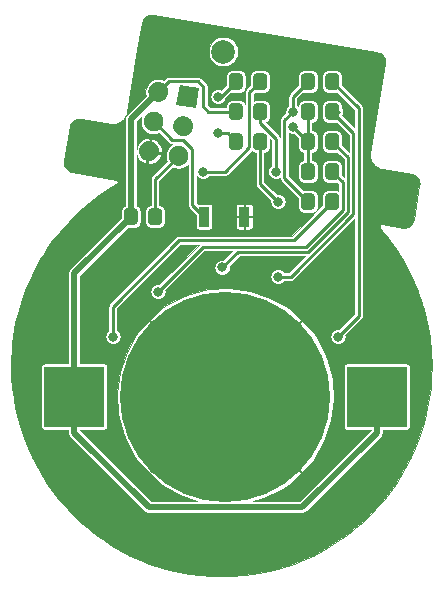
<source format=gbr>
%TF.GenerationSoftware,KiCad,Pcbnew,(5.1.6)-1*%
%TF.CreationDate,2021-01-16T18:50:24+01:00*%
%TF.ProjectId,Snowman_Earring,536e6f77-6d61-46e5-9f45-617272696e67,rev?*%
%TF.SameCoordinates,Original*%
%TF.FileFunction,Copper,L2,Bot*%
%TF.FilePolarity,Positive*%
%FSLAX46Y46*%
G04 Gerber Fmt 4.6, Leading zero omitted, Abs format (unit mm)*
G04 Created by KiCad (PCBNEW (5.1.6)-1) date 2021-01-16 18:50:24*
%MOMM*%
%LPD*%
G01*
G04 APERTURE LIST*
%TA.AperFunction,ComponentPad*%
%ADD10C,2.000000*%
%TD*%
%TA.AperFunction,SMDPad,CuDef*%
%ADD11R,5.100000X5.100000*%
%TD*%
%TA.AperFunction,SMDPad,CuDef*%
%ADD12C,17.800000*%
%TD*%
%TA.AperFunction,ComponentPad*%
%ADD13C,0.100000*%
%TD*%
%TA.AperFunction,SMDPad,CuDef*%
%ADD14R,0.900000X1.700000*%
%TD*%
%TA.AperFunction,ViaPad*%
%ADD15C,0.800000*%
%TD*%
%TA.AperFunction,Conductor*%
%ADD16C,0.250000*%
%TD*%
%TA.AperFunction,Conductor*%
%ADD17C,0.500000*%
%TD*%
%TA.AperFunction,Conductor*%
%ADD18C,0.100000*%
%TD*%
G04 APERTURE END LIST*
D10*
%TO.P,REF\u002A\u002A,1*%
%TO.N,N/C*%
X100786932Y-60960000D03*
%TD*%
%TO.P,R0,2*%
%TO.N,RST*%
%TA.AperFunction,SMDPad,CuDef*%
G36*
G01*
X94430000Y-75380001D02*
X94430000Y-74479999D01*
G75*
G02*
X94679999Y-74230000I249999J0D01*
G01*
X95330001Y-74230000D01*
G75*
G02*
X95580000Y-74479999I0J-249999D01*
G01*
X95580000Y-75380001D01*
G75*
G02*
X95330001Y-75630000I-249999J0D01*
G01*
X94679999Y-75630000D01*
G75*
G02*
X94430000Y-75380001I0J249999D01*
G01*
G37*
%TD.AperFunction*%
%TO.P,R0,1*%
%TO.N,+BATT*%
%TA.AperFunction,SMDPad,CuDef*%
G36*
G01*
X92380000Y-75380001D02*
X92380000Y-74479999D01*
G75*
G02*
X92629999Y-74230000I249999J0D01*
G01*
X93280001Y-74230000D01*
G75*
G02*
X93530000Y-74479999I0J-249999D01*
G01*
X93530000Y-75380001D01*
G75*
G02*
X93280001Y-75630000I-249999J0D01*
G01*
X92629999Y-75630000D01*
G75*
G02*
X92380000Y-75380001I0J249999D01*
G01*
G37*
%TD.AperFunction*%
%TD*%
%TO.P,R8,2*%
%TO.N,Net-(D8-Pad2)*%
%TA.AperFunction,SMDPad,CuDef*%
G36*
G01*
X109425000Y-63950001D02*
X109425000Y-63049999D01*
G75*
G02*
X109674999Y-62800000I249999J0D01*
G01*
X110325001Y-62800000D01*
G75*
G02*
X110575000Y-63049999I0J-249999D01*
G01*
X110575000Y-63950001D01*
G75*
G02*
X110325001Y-64200000I-249999J0D01*
G01*
X109674999Y-64200000D01*
G75*
G02*
X109425000Y-63950001I0J249999D01*
G01*
G37*
%TD.AperFunction*%
%TO.P,R8,1*%
%TO.N,LED_MOUTH2*%
%TA.AperFunction,SMDPad,CuDef*%
G36*
G01*
X107375000Y-63950001D02*
X107375000Y-63049999D01*
G75*
G02*
X107624999Y-62800000I249999J0D01*
G01*
X108275001Y-62800000D01*
G75*
G02*
X108525000Y-63049999I0J-249999D01*
G01*
X108525000Y-63950001D01*
G75*
G02*
X108275001Y-64200000I-249999J0D01*
G01*
X107624999Y-64200000D01*
G75*
G02*
X107375000Y-63950001I0J249999D01*
G01*
G37*
%TD.AperFunction*%
%TD*%
%TO.P,R7,2*%
%TO.N,Net-(D7-Pad2)*%
%TA.AperFunction,SMDPad,CuDef*%
G36*
G01*
X109425000Y-66490001D02*
X109425000Y-65589999D01*
G75*
G02*
X109674999Y-65340000I249999J0D01*
G01*
X110325001Y-65340000D01*
G75*
G02*
X110575000Y-65589999I0J-249999D01*
G01*
X110575000Y-66490001D01*
G75*
G02*
X110325001Y-66740000I-249999J0D01*
G01*
X109674999Y-66740000D01*
G75*
G02*
X109425000Y-66490001I0J249999D01*
G01*
G37*
%TD.AperFunction*%
%TO.P,R7,1*%
%TO.N,LED_MOUTH1*%
%TA.AperFunction,SMDPad,CuDef*%
G36*
G01*
X107375000Y-66490001D02*
X107375000Y-65589999D01*
G75*
G02*
X107624999Y-65340000I249999J0D01*
G01*
X108275001Y-65340000D01*
G75*
G02*
X108525000Y-65589999I0J-249999D01*
G01*
X108525000Y-66490001D01*
G75*
G02*
X108275001Y-66740000I-249999J0D01*
G01*
X107624999Y-66740000D01*
G75*
G02*
X107375000Y-66490001I0J249999D01*
G01*
G37*
%TD.AperFunction*%
%TD*%
%TO.P,R6,2*%
%TO.N,Net-(D6-Pad2)*%
%TA.AperFunction,SMDPad,CuDef*%
G36*
G01*
X109425000Y-69030001D02*
X109425000Y-68129999D01*
G75*
G02*
X109674999Y-67880000I249999J0D01*
G01*
X110325001Y-67880000D01*
G75*
G02*
X110575000Y-68129999I0J-249999D01*
G01*
X110575000Y-69030001D01*
G75*
G02*
X110325001Y-69280000I-249999J0D01*
G01*
X109674999Y-69280000D01*
G75*
G02*
X109425000Y-69030001I0J249999D01*
G01*
G37*
%TD.AperFunction*%
%TO.P,R6,1*%
%TO.N,LED_MOUTH1*%
%TA.AperFunction,SMDPad,CuDef*%
G36*
G01*
X107375000Y-69030001D02*
X107375000Y-68129999D01*
G75*
G02*
X107624999Y-67880000I249999J0D01*
G01*
X108275001Y-67880000D01*
G75*
G02*
X108525000Y-68129999I0J-249999D01*
G01*
X108525000Y-69030001D01*
G75*
G02*
X108275001Y-69280000I-249999J0D01*
G01*
X107624999Y-69280000D01*
G75*
G02*
X107375000Y-69030001I0J249999D01*
G01*
G37*
%TD.AperFunction*%
%TD*%
%TO.P,R5,2*%
%TO.N,Net-(D5-Pad2)*%
%TA.AperFunction,SMDPad,CuDef*%
G36*
G01*
X109425000Y-71570001D02*
X109425000Y-70669999D01*
G75*
G02*
X109674999Y-70420000I249999J0D01*
G01*
X110325001Y-70420000D01*
G75*
G02*
X110575000Y-70669999I0J-249999D01*
G01*
X110575000Y-71570001D01*
G75*
G02*
X110325001Y-71820000I-249999J0D01*
G01*
X109674999Y-71820000D01*
G75*
G02*
X109425000Y-71570001I0J249999D01*
G01*
G37*
%TD.AperFunction*%
%TO.P,R5,1*%
%TO.N,LED_MOUTH1*%
%TA.AperFunction,SMDPad,CuDef*%
G36*
G01*
X107375000Y-71570001D02*
X107375000Y-70669999D01*
G75*
G02*
X107624999Y-70420000I249999J0D01*
G01*
X108275001Y-70420000D01*
G75*
G02*
X108525000Y-70669999I0J-249999D01*
G01*
X108525000Y-71570001D01*
G75*
G02*
X108275001Y-71820000I-249999J0D01*
G01*
X107624999Y-71820000D01*
G75*
G02*
X107375000Y-71570001I0J249999D01*
G01*
G37*
%TD.AperFunction*%
%TD*%
%TO.P,R4,2*%
%TO.N,Net-(D4-Pad2)*%
%TA.AperFunction,SMDPad,CuDef*%
G36*
G01*
X109425000Y-74110001D02*
X109425000Y-73209999D01*
G75*
G02*
X109674999Y-72960000I249999J0D01*
G01*
X110325001Y-72960000D01*
G75*
G02*
X110575000Y-73209999I0J-249999D01*
G01*
X110575000Y-74110001D01*
G75*
G02*
X110325001Y-74360000I-249999J0D01*
G01*
X109674999Y-74360000D01*
G75*
G02*
X109425000Y-74110001I0J249999D01*
G01*
G37*
%TD.AperFunction*%
%TO.P,R4,1*%
%TO.N,LED_MOUTH2*%
%TA.AperFunction,SMDPad,CuDef*%
G36*
G01*
X107375000Y-74110001D02*
X107375000Y-73209999D01*
G75*
G02*
X107624999Y-72960000I249999J0D01*
G01*
X108275001Y-72960000D01*
G75*
G02*
X108525000Y-73209999I0J-249999D01*
G01*
X108525000Y-74110001D01*
G75*
G02*
X108275001Y-74360000I-249999J0D01*
G01*
X107624999Y-74360000D01*
G75*
G02*
X107375000Y-74110001I0J249999D01*
G01*
G37*
%TD.AperFunction*%
%TD*%
%TO.P,R3,2*%
%TO.N,Net-(D3-Pad2)*%
%TA.AperFunction,SMDPad,CuDef*%
G36*
G01*
X103320000Y-69030001D02*
X103320000Y-68129999D01*
G75*
G02*
X103569999Y-67880000I249999J0D01*
G01*
X104220001Y-67880000D01*
G75*
G02*
X104470000Y-68129999I0J-249999D01*
G01*
X104470000Y-69030001D01*
G75*
G02*
X104220001Y-69280000I-249999J0D01*
G01*
X103569999Y-69280000D01*
G75*
G02*
X103320000Y-69030001I0J249999D01*
G01*
G37*
%TD.AperFunction*%
%TO.P,R3,1*%
%TO.N,LED_RIGHT_EYE*%
%TA.AperFunction,SMDPad,CuDef*%
G36*
G01*
X101270000Y-69030001D02*
X101270000Y-68129999D01*
G75*
G02*
X101519999Y-67880000I249999J0D01*
G01*
X102170001Y-67880000D01*
G75*
G02*
X102420000Y-68129999I0J-249999D01*
G01*
X102420000Y-69030001D01*
G75*
G02*
X102170001Y-69280000I-249999J0D01*
G01*
X101519999Y-69280000D01*
G75*
G02*
X101270000Y-69030001I0J249999D01*
G01*
G37*
%TD.AperFunction*%
%TD*%
%TO.P,R2,2*%
%TO.N,Net-(D2-Pad2)*%
%TA.AperFunction,SMDPad,CuDef*%
G36*
G01*
X103320000Y-66490001D02*
X103320000Y-65589999D01*
G75*
G02*
X103569999Y-65340000I249999J0D01*
G01*
X104220001Y-65340000D01*
G75*
G02*
X104470000Y-65589999I0J-249999D01*
G01*
X104470000Y-66490001D01*
G75*
G02*
X104220001Y-66740000I-249999J0D01*
G01*
X103569999Y-66740000D01*
G75*
G02*
X103320000Y-66490001I0J249999D01*
G01*
G37*
%TD.AperFunction*%
%TO.P,R2,1*%
%TO.N,+BATT*%
%TA.AperFunction,SMDPad,CuDef*%
G36*
G01*
X101270000Y-66490001D02*
X101270000Y-65589999D01*
G75*
G02*
X101519999Y-65340000I249999J0D01*
G01*
X102170001Y-65340000D01*
G75*
G02*
X102420000Y-65589999I0J-249999D01*
G01*
X102420000Y-66490001D01*
G75*
G02*
X102170001Y-66740000I-249999J0D01*
G01*
X101519999Y-66740000D01*
G75*
G02*
X101270000Y-66490001I0J249999D01*
G01*
G37*
%TD.AperFunction*%
%TD*%
%TO.P,R1,2*%
%TO.N,Net-(D1-Pad2)*%
%TA.AperFunction,SMDPad,CuDef*%
G36*
G01*
X103320000Y-63950001D02*
X103320000Y-63049999D01*
G75*
G02*
X103569999Y-62800000I249999J0D01*
G01*
X104220001Y-62800000D01*
G75*
G02*
X104470000Y-63049999I0J-249999D01*
G01*
X104470000Y-63950001D01*
G75*
G02*
X104220001Y-64200000I-249999J0D01*
G01*
X103569999Y-64200000D01*
G75*
G02*
X103320000Y-63950001I0J249999D01*
G01*
G37*
%TD.AperFunction*%
%TO.P,R1,1*%
%TO.N,LED_LEFT_EYE*%
%TA.AperFunction,SMDPad,CuDef*%
G36*
G01*
X101270000Y-63950001D02*
X101270000Y-63049999D01*
G75*
G02*
X101519999Y-62800000I249999J0D01*
G01*
X102170001Y-62800000D01*
G75*
G02*
X102420000Y-63049999I0J-249999D01*
G01*
X102420000Y-63950001D01*
G75*
G02*
X102170001Y-64200000I-249999J0D01*
G01*
X101519999Y-64200000D01*
G75*
G02*
X101270000Y-63950001I0J249999D01*
G01*
G37*
%TD.AperFunction*%
%TD*%
D11*
%TO.P,BT1,1*%
%TO.N,+BATT*%
X113765001Y-90170000D03*
X88165001Y-90170000D03*
D12*
%TO.P,BT1,2*%
%TO.N,GND*%
X100965001Y-90170000D03*
%TD*%
%TA.AperFunction,ComponentPad*%
D13*
%TO.P,J1,1*%
%TO.N,LED_LEFT_EYE*%
G36*
X98762504Y-64063434D02*
G01*
X98496566Y-65742504D01*
X96817496Y-65476566D01*
X97083434Y-63797496D01*
X98762504Y-64063434D01*
G37*
%TD.AperFunction*%
%TO.P,J1,2*%
%TO.N,+BATT*%
%TA.AperFunction,ComponentPad*%
G36*
G01*
X96120807Y-64505625D02*
X96120807Y-64505625D01*
G75*
G02*
X95148303Y-65212191I-839535J132969D01*
G01*
X95148303Y-65212191D01*
G75*
G02*
X94441737Y-64239687I132969J839535D01*
G01*
X94441737Y-64239687D01*
G75*
G02*
X95414241Y-63533121I839535J-132969D01*
G01*
X95414241Y-63533121D01*
G75*
G02*
X96120807Y-64505625I-132969J-839535D01*
G01*
G37*
%TD.AperFunction*%
%TO.P,J1,3*%
%TO.N,LED_RIGHT_EYE*%
%TA.AperFunction,ComponentPad*%
G36*
G01*
X98232191Y-67411697D02*
X98232191Y-67411697D01*
G75*
G02*
X97259687Y-68118263I-839535J132969D01*
G01*
X97259687Y-68118263D01*
G75*
G02*
X96553121Y-67145759I132969J839535D01*
G01*
X96553121Y-67145759D01*
G75*
G02*
X97525625Y-66439193I839535J-132969D01*
G01*
X97525625Y-66439193D01*
G75*
G02*
X98232191Y-67411697I-132969J-839535D01*
G01*
G37*
%TD.AperFunction*%
%TO.P,J1,4*%
%TO.N,MOSI*%
%TA.AperFunction,ComponentPad*%
G36*
G01*
X95723463Y-67014354D02*
X95723463Y-67014354D01*
G75*
G02*
X94750959Y-67720920I-839535J132969D01*
G01*
X94750959Y-67720920D01*
G75*
G02*
X94044393Y-66748416I132969J839535D01*
G01*
X94044393Y-66748416D01*
G75*
G02*
X95016897Y-66041850I839535J-132969D01*
G01*
X95016897Y-66041850D01*
G75*
G02*
X95723463Y-67014354I-132969J-839535D01*
G01*
G37*
%TD.AperFunction*%
%TO.P,J1,5*%
%TO.N,RST*%
%TA.AperFunction,ComponentPad*%
G36*
G01*
X97834848Y-69920426D02*
X97834848Y-69920426D01*
G75*
G02*
X96862344Y-70626992I-839535J132969D01*
G01*
X96862344Y-70626992D01*
G75*
G02*
X96155778Y-69654488I132969J839535D01*
G01*
X96155778Y-69654488D01*
G75*
G02*
X97128282Y-68947922I839535J-132969D01*
G01*
X97128282Y-68947922D01*
G75*
G02*
X97834848Y-69920426I-132969J-839535D01*
G01*
G37*
%TD.AperFunction*%
%TO.P,J1,6*%
%TO.N,GND*%
%TA.AperFunction,ComponentPad*%
G36*
G01*
X95326120Y-69523082D02*
X95326120Y-69523082D01*
G75*
G02*
X94353616Y-70229648I-839535J132969D01*
G01*
X94353616Y-70229648D01*
G75*
G02*
X93647050Y-69257144I132969J839535D01*
G01*
X93647050Y-69257144D01*
G75*
G02*
X94619554Y-68550578I839535J-132969D01*
G01*
X94619554Y-68550578D01*
G75*
G02*
X95326120Y-69523082I-132969J-839535D01*
G01*
G37*
%TD.AperFunction*%
%TD*%
D14*
%TO.P,SW1,1*%
%TO.N,MOSI*%
X99161649Y-74930000D03*
%TO.P,SW1,2*%
%TO.N,GND*%
X102561649Y-74930000D03*
%TD*%
D15*
%TO.N,Net-(D1-Pad2)*%
X99060000Y-71120000D03*
%TO.N,Net-(D2-Pad2)*%
X105229999Y-71120000D03*
%TO.N,Net-(D3-Pad2)*%
X105410000Y-73660000D03*
%TO.N,Net-(D4-Pad2)*%
X91440000Y-85090000D03*
%TO.N,Net-(D5-Pad2)*%
X95250000Y-81280000D03*
%TO.N,Net-(D6-Pad2)*%
X100686385Y-79241703D03*
%TO.N,Net-(D7-Pad2)*%
X105410000Y-80010000D03*
%TO.N,Net-(D8-Pad2)*%
X110490000Y-85090000D03*
%TO.N,LED_LEFT_EYE*%
X100330000Y-64770000D03*
%TO.N,LED_RIGHT_EYE*%
X100330000Y-67887456D03*
%TO.N,LED_MOUTH2*%
X106680000Y-66040000D03*
%TO.N,LED_MOUTH1*%
X106680000Y-67310000D03*
%TD*%
D16*
%TO.N,+BATT*%
X96181442Y-63472486D02*
X95281272Y-64372656D01*
X99087514Y-63928810D02*
X98631190Y-63472486D01*
X99087514Y-65611190D02*
X99087514Y-63928810D01*
X98631190Y-63472486D02*
X96181442Y-63472486D01*
X99516324Y-66040000D02*
X99087514Y-65611190D01*
X101845000Y-66040000D02*
X99516324Y-66040000D01*
D17*
X107465000Y-99520001D02*
X113765001Y-93220000D01*
X94465002Y-99520001D02*
X107465000Y-99520001D01*
X113765001Y-93220000D02*
X113765001Y-90170000D01*
X88165001Y-93220000D02*
X94465002Y-99520001D01*
X88165001Y-90170000D02*
X88165001Y-93220000D01*
X88165001Y-84554999D02*
X88165001Y-90170000D01*
X88165001Y-79719999D02*
X88165001Y-90170000D01*
X92955000Y-74930000D02*
X88165001Y-79719999D01*
X95281272Y-64372656D02*
X92955000Y-66698928D01*
X92955000Y-66698928D02*
X92955000Y-74930000D01*
D16*
%TO.N,MOSI*%
X96456272Y-68453729D02*
X94883928Y-66881385D01*
X98170314Y-69223456D02*
X97400587Y-68453729D01*
X98170314Y-73938665D02*
X98170314Y-69223456D01*
X97400587Y-68453729D02*
X96456272Y-68453729D01*
X99161649Y-74930000D02*
X98170314Y-73938665D01*
%TO.N,RST*%
X95005000Y-71777770D02*
X95005000Y-74930000D01*
X96995313Y-69787457D02*
X95005000Y-71777770D01*
%TO.N,Net-(D1-Pad2)*%
X102994990Y-64400010D02*
X103895000Y-63500000D01*
X100893190Y-71120000D02*
X102994990Y-69018200D01*
X102994990Y-69018200D02*
X102994990Y-64400010D01*
X99060000Y-71120000D02*
X100893190Y-71120000D01*
%TO.N,Net-(D2-Pad2)*%
X103895000Y-66991810D02*
X103895000Y-66040000D01*
X105229999Y-68326809D02*
X103895000Y-66991810D01*
X105229999Y-71120000D02*
X105229999Y-68326809D01*
%TO.N,Net-(D3-Pad2)*%
X103895000Y-72145000D02*
X103895000Y-68580000D01*
X105410000Y-73660000D02*
X103895000Y-72145000D01*
%TO.N,Net-(D4-Pad2)*%
X91440000Y-83820000D02*
X91440000Y-85090000D01*
X97064999Y-76925001D02*
X91440000Y-82550000D01*
X110000000Y-73660000D02*
X106734999Y-76925001D01*
X91440000Y-82550000D02*
X91440000Y-83820000D01*
X106734999Y-76925001D02*
X97064999Y-76925001D01*
%TO.N,Net-(D5-Pad2)*%
X95250000Y-81280000D02*
X95585001Y-80944999D01*
X99060000Y-77470000D02*
X95250000Y-81280000D01*
X107778190Y-77470000D02*
X99060000Y-77470000D01*
X110900010Y-74348180D02*
X107778190Y-77470000D01*
X110900010Y-72020010D02*
X110900010Y-74348180D01*
X110000000Y-71120000D02*
X110900010Y-72020010D01*
%TO.N,Net-(D6-Pad2)*%
X111350019Y-74534581D02*
X107964590Y-77920010D01*
X110000000Y-68580000D02*
X111350019Y-69930019D01*
X111350019Y-69930019D02*
X111350019Y-74534581D01*
X102008078Y-77920010D02*
X100686385Y-79241703D01*
X107964590Y-77920010D02*
X102008078Y-77920010D01*
%TO.N,Net-(D7-Pad2)*%
X110000000Y-66040000D02*
X110575000Y-66040000D01*
X106511010Y-80010000D02*
X105410000Y-80010000D01*
X111800028Y-74720982D02*
X106511010Y-80010000D01*
X111800028Y-67840028D02*
X111800028Y-74720982D01*
X110000000Y-66040000D02*
X111800028Y-67840028D01*
%TO.N,Net-(D8-Pad2)*%
X112250037Y-83329963D02*
X110490000Y-85090000D01*
X112250037Y-65750037D02*
X112250037Y-83329963D01*
X110000000Y-63500000D02*
X112250037Y-65750037D01*
%TO.N,LED_LEFT_EYE*%
X100575000Y-64770000D02*
X101845000Y-63500000D01*
X100330000Y-64770000D02*
X100575000Y-64770000D01*
%TO.N,LED_RIGHT_EYE*%
X101152456Y-67887456D02*
X101845000Y-68580000D01*
X100330000Y-67887456D02*
X101152456Y-67887456D01*
%TO.N,LED_MOUTH2*%
X106680000Y-64770000D02*
X107950000Y-63500000D01*
X106680000Y-66040000D02*
X106680000Y-64770000D01*
X105954999Y-66765001D02*
X106680000Y-66040000D01*
X105954999Y-71664999D02*
X105954999Y-66765001D01*
X107950000Y-73660000D02*
X105954999Y-71664999D01*
%TO.N,LED_MOUTH1*%
X107950000Y-71120000D02*
X107950000Y-68580000D01*
X107950000Y-68580000D02*
X107950000Y-66040000D01*
X107950000Y-68580000D02*
X106680000Y-67310000D01*
%TD*%
D18*
%TO.N,GND*%
G36*
X94742836Y-57834101D02*
G01*
X94829001Y-57844058D01*
X113823955Y-61025278D01*
X113908672Y-61043939D01*
X113982216Y-61068186D01*
X114090883Y-61119858D01*
X114187470Y-61184788D01*
X114273187Y-61262584D01*
X114346796Y-61351649D01*
X114407014Y-61450252D01*
X114452639Y-61556639D01*
X114482558Y-61669116D01*
X114496007Y-61788689D01*
X114494970Y-61866128D01*
X114485015Y-61952282D01*
X113216229Y-69528028D01*
X113215977Y-69531720D01*
X113215145Y-69535325D01*
X113214805Y-69538096D01*
X113203092Y-69639419D01*
X113202940Y-69648192D01*
X113201843Y-69656911D01*
X113201787Y-69659703D01*
X113200443Y-69759867D01*
X113201381Y-69770968D01*
X113201384Y-69782120D01*
X113201677Y-69784897D01*
X113218181Y-69931678D01*
X113220970Y-69944782D01*
X113222950Y-69958038D01*
X113223650Y-69960741D01*
X113261115Y-70101593D01*
X113265705Y-70113873D01*
X113269500Y-70126434D01*
X113270583Y-70129008D01*
X113327589Y-70261938D01*
X113333809Y-70273246D01*
X113339273Y-70284958D01*
X113340712Y-70287351D01*
X113415837Y-70410365D01*
X113423562Y-70420612D01*
X113430595Y-70431371D01*
X113432359Y-70433536D01*
X113524183Y-70544644D01*
X113533338Y-70553744D01*
X113541878Y-70563440D01*
X113543933Y-70565331D01*
X113651035Y-70662540D01*
X113661551Y-70670358D01*
X113671562Y-70678851D01*
X113673869Y-70680424D01*
X113794828Y-70761740D01*
X113806621Y-70768093D01*
X113818010Y-70775163D01*
X113820523Y-70776380D01*
X113953918Y-70839811D01*
X113964405Y-70843593D01*
X113974535Y-70848241D01*
X113977181Y-70849134D01*
X114072318Y-70880501D01*
X114080885Y-70882423D01*
X114089195Y-70885256D01*
X114091918Y-70885875D01*
X114191531Y-70907818D01*
X114195203Y-70908257D01*
X114198770Y-70909274D01*
X114201521Y-70909754D01*
X116731311Y-71333434D01*
X116816031Y-71352096D01*
X116889575Y-71376343D01*
X116998242Y-71428015D01*
X117094832Y-71492947D01*
X117180552Y-71570747D01*
X117254152Y-71659802D01*
X117314372Y-71758407D01*
X117360000Y-71864801D01*
X117389918Y-71977269D01*
X117403366Y-72096843D01*
X117402329Y-72174284D01*
X117392374Y-72260442D01*
X116898325Y-75210418D01*
X116879668Y-75295116D01*
X116855419Y-75368666D01*
X116803749Y-75477331D01*
X116738813Y-75573926D01*
X116661021Y-75659639D01*
X116571959Y-75733246D01*
X116473355Y-75793465D01*
X116366960Y-75839093D01*
X116254493Y-75869011D01*
X116134918Y-75882459D01*
X116057478Y-75881422D01*
X115971320Y-75871467D01*
X114227563Y-75579431D01*
X114219268Y-75578864D01*
X114211098Y-75577372D01*
X114199849Y-75577538D01*
X114188620Y-75576771D01*
X114180382Y-75577825D01*
X114172070Y-75577948D01*
X114161059Y-75580298D01*
X114149903Y-75581726D01*
X114142025Y-75584361D01*
X114133896Y-75586096D01*
X114123552Y-75590540D01*
X114112886Y-75594107D01*
X114105672Y-75598220D01*
X114098033Y-75601502D01*
X114088752Y-75607868D01*
X114078977Y-75613442D01*
X114072692Y-75618885D01*
X114065844Y-75623582D01*
X114057988Y-75631618D01*
X114049470Y-75638994D01*
X114044357Y-75645560D01*
X114038557Y-75651493D01*
X114032409Y-75660905D01*
X114025489Y-75669792D01*
X114021753Y-75677217D01*
X114017211Y-75684171D01*
X114013004Y-75694608D01*
X114007947Y-75704660D01*
X114005726Y-75712663D01*
X114002618Y-75720375D01*
X114000517Y-75731439D01*
X113997511Y-75742273D01*
X113996887Y-75750553D01*
X113995336Y-75758722D01*
X113995424Y-75769979D01*
X113994579Y-75781196D01*
X113995576Y-75789445D01*
X113995641Y-75797755D01*
X113997913Y-75808774D01*
X113999263Y-75819946D01*
X114001845Y-75827849D01*
X114003522Y-75835984D01*
X114007889Y-75846350D01*
X114011385Y-75857050D01*
X114015451Y-75864298D01*
X114018677Y-75871955D01*
X114024976Y-75881276D01*
X114030482Y-75891092D01*
X114035880Y-75897413D01*
X114040531Y-75904297D01*
X114042328Y-75906434D01*
X114296037Y-76204041D01*
X114541997Y-76505553D01*
X114781410Y-76812394D01*
X115014284Y-77124610D01*
X115240420Y-77441969D01*
X115459749Y-77764423D01*
X115672154Y-78091848D01*
X115877539Y-78424161D01*
X116075799Y-78761255D01*
X116266812Y-79103005D01*
X116450492Y-79449341D01*
X116626704Y-79800104D01*
X116795370Y-80155248D01*
X116956365Y-80514628D01*
X117109594Y-80878167D01*
X117254935Y-81245723D01*
X117392309Y-81617261D01*
X117521592Y-81992636D01*
X117642667Y-82371710D01*
X117755455Y-82754461D01*
X117859811Y-83140656D01*
X117955676Y-83530377D01*
X118042913Y-83923388D01*
X118121411Y-84319575D01*
X118191084Y-84718921D01*
X118251814Y-85121283D01*
X118303488Y-85526510D01*
X118346013Y-85934588D01*
X118379277Y-86345396D01*
X118403167Y-86758782D01*
X118417580Y-87174657D01*
X118422394Y-87591611D01*
X118399193Y-88509139D01*
X118330451Y-89413153D01*
X118217250Y-90304001D01*
X118060723Y-91180505D01*
X117861979Y-92041618D01*
X117622142Y-92886209D01*
X117342321Y-93713194D01*
X117023626Y-94521475D01*
X116667194Y-95309885D01*
X116274114Y-96077363D01*
X115845527Y-96822748D01*
X115382528Y-97544957D01*
X114886238Y-98242861D01*
X114357795Y-98915311D01*
X113798298Y-99561216D01*
X113208884Y-100179434D01*
X112590666Y-100768848D01*
X111944761Y-101328345D01*
X111272298Y-101856798D01*
X110574398Y-102353084D01*
X109852198Y-102816077D01*
X109106805Y-103244669D01*
X108339318Y-103637752D01*
X107550925Y-103994176D01*
X106742644Y-104312871D01*
X105915660Y-104592692D01*
X105071068Y-104832529D01*
X104209958Y-105031272D01*
X103333451Y-105187800D01*
X102442605Y-105301001D01*
X101538589Y-105369743D01*
X100622424Y-105392909D01*
X99706258Y-105369743D01*
X98802244Y-105301001D01*
X97911396Y-105187800D01*
X97034892Y-105031273D01*
X96173779Y-104832529D01*
X95329188Y-104592692D01*
X94502203Y-104312871D01*
X93693922Y-103994176D01*
X92905512Y-103637744D01*
X92138034Y-103244664D01*
X91392649Y-102816077D01*
X90670440Y-102353078D01*
X89972536Y-101856788D01*
X89300086Y-101328345D01*
X88654181Y-100768848D01*
X88035964Y-100179434D01*
X87446549Y-99561216D01*
X86887052Y-98915311D01*
X86358599Y-98242848D01*
X85862313Y-97544948D01*
X85399320Y-96822748D01*
X84970728Y-96077355D01*
X84577645Y-95309868D01*
X84221221Y-94521475D01*
X83902526Y-93713194D01*
X83622705Y-92886210D01*
X83382868Y-92041618D01*
X83184125Y-91180508D01*
X83027597Y-90304001D01*
X82914396Y-89413155D01*
X82845654Y-88509139D01*
X82823173Y-87620000D01*
X85363792Y-87620000D01*
X85363792Y-92720000D01*
X85368619Y-92769008D01*
X85382914Y-92816134D01*
X85406128Y-92859564D01*
X85437369Y-92897632D01*
X85475437Y-92928873D01*
X85518867Y-92952087D01*
X85565993Y-92966382D01*
X85615001Y-92971209D01*
X87665002Y-92971209D01*
X87665002Y-93195430D01*
X87662582Y-93220000D01*
X87672236Y-93318017D01*
X87696850Y-93399157D01*
X87700827Y-93412267D01*
X87747256Y-93499129D01*
X87809738Y-93575264D01*
X87828820Y-93590924D01*
X94094082Y-99856188D01*
X94109738Y-99875265D01*
X94185873Y-99937747D01*
X94272735Y-99984176D01*
X94366985Y-100012766D01*
X94465002Y-100022420D01*
X94489562Y-100020001D01*
X107440440Y-100020001D01*
X107465000Y-100022420D01*
X107489560Y-100020001D01*
X107563017Y-100012766D01*
X107657267Y-99984176D01*
X107744129Y-99937747D01*
X107820264Y-99875265D01*
X107835929Y-99856177D01*
X114101188Y-93590920D01*
X114120265Y-93575264D01*
X114182747Y-93499129D01*
X114229176Y-93412267D01*
X114257766Y-93318017D01*
X114265001Y-93244560D01*
X114265001Y-93244559D01*
X114267420Y-93220000D01*
X114265001Y-93195440D01*
X114265001Y-92971209D01*
X116315001Y-92971209D01*
X116364009Y-92966382D01*
X116411135Y-92952087D01*
X116454565Y-92928873D01*
X116492633Y-92897632D01*
X116523874Y-92859564D01*
X116547088Y-92816134D01*
X116561383Y-92769008D01*
X116566210Y-92720000D01*
X116566210Y-87620000D01*
X116561383Y-87570992D01*
X116547088Y-87523866D01*
X116523874Y-87480436D01*
X116492633Y-87442368D01*
X116454565Y-87411127D01*
X116411135Y-87387913D01*
X116364009Y-87373618D01*
X116315001Y-87368791D01*
X111215001Y-87368791D01*
X111165993Y-87373618D01*
X111118867Y-87387913D01*
X111075437Y-87411127D01*
X111037369Y-87442368D01*
X111006128Y-87480436D01*
X110982914Y-87523866D01*
X110968619Y-87570992D01*
X110963792Y-87620000D01*
X110963792Y-92720000D01*
X110968619Y-92769008D01*
X110982914Y-92816134D01*
X111006128Y-92859564D01*
X111037369Y-92897632D01*
X111075437Y-92928873D01*
X111118867Y-92952087D01*
X111165993Y-92966382D01*
X111215001Y-92971209D01*
X113265001Y-92971209D01*
X113265001Y-93012893D01*
X107257895Y-99020001D01*
X103289061Y-99020001D01*
X104194158Y-98778555D01*
X105811556Y-97983166D01*
X106328728Y-97637602D01*
X107386687Y-96662397D01*
X100965001Y-90240711D01*
X94543315Y-96662397D01*
X95601274Y-97637602D01*
X97161193Y-98540526D01*
X98568560Y-99020001D01*
X94672109Y-99020001D01*
X88665001Y-93012895D01*
X88665001Y-92971209D01*
X90715001Y-92971209D01*
X90764009Y-92966382D01*
X90811135Y-92952087D01*
X90854565Y-92928873D01*
X90892633Y-92897632D01*
X90923874Y-92859564D01*
X90947088Y-92816134D01*
X90961383Y-92769008D01*
X90966210Y-92720000D01*
X90966210Y-89859001D01*
X91775989Y-89859001D01*
X91891881Y-91657664D01*
X92356446Y-93399157D01*
X93151835Y-95016555D01*
X93497399Y-95533727D01*
X94472604Y-96591686D01*
X100894290Y-90170000D01*
X101035712Y-90170000D01*
X107457398Y-96591686D01*
X108432603Y-95533727D01*
X109335527Y-93973808D01*
X109916776Y-92267711D01*
X110154013Y-90480999D01*
X110038121Y-88682336D01*
X109573556Y-86940843D01*
X108778167Y-85323445D01*
X108432603Y-84806273D01*
X107457398Y-83748314D01*
X101035712Y-90170000D01*
X100894290Y-90170000D01*
X94472604Y-83748314D01*
X93497399Y-84806273D01*
X92594475Y-86366192D01*
X92013226Y-88072289D01*
X91775989Y-89859001D01*
X90966210Y-89859001D01*
X90966210Y-87620000D01*
X90961383Y-87570992D01*
X90947088Y-87523866D01*
X90923874Y-87480436D01*
X90892633Y-87442368D01*
X90854565Y-87411127D01*
X90811135Y-87387913D01*
X90764009Y-87373618D01*
X90715001Y-87368791D01*
X88665001Y-87368791D01*
X88665001Y-85025981D01*
X90790000Y-85025981D01*
X90790000Y-85154019D01*
X90814979Y-85279598D01*
X90863978Y-85397890D01*
X90935112Y-85504351D01*
X91025649Y-85594888D01*
X91132110Y-85666022D01*
X91250402Y-85715021D01*
X91375981Y-85740000D01*
X91504019Y-85740000D01*
X91629598Y-85715021D01*
X91747890Y-85666022D01*
X91854351Y-85594888D01*
X91944888Y-85504351D01*
X92016022Y-85397890D01*
X92065021Y-85279598D01*
X92090000Y-85154019D01*
X92090000Y-85025981D01*
X92065021Y-84900402D01*
X92016022Y-84782110D01*
X91944888Y-84675649D01*
X91854351Y-84585112D01*
X91815000Y-84558819D01*
X91815000Y-83677603D01*
X94543315Y-83677603D01*
X100965001Y-90099289D01*
X107386687Y-83677603D01*
X106328728Y-82702398D01*
X104768809Y-81799474D01*
X103062712Y-81218225D01*
X101276000Y-80980988D01*
X99477337Y-81096880D01*
X97735844Y-81561445D01*
X96118446Y-82356834D01*
X95601274Y-82702398D01*
X94543315Y-83677603D01*
X91815000Y-83677603D01*
X91815000Y-82705329D01*
X97220329Y-77300001D01*
X98699669Y-77300001D01*
X95360438Y-80639233D01*
X95314019Y-80630000D01*
X95185981Y-80630000D01*
X95060402Y-80654979D01*
X94942110Y-80703978D01*
X94835649Y-80775112D01*
X94745112Y-80865649D01*
X94673978Y-80972110D01*
X94624979Y-81090402D01*
X94600000Y-81215981D01*
X94600000Y-81344019D01*
X94624979Y-81469598D01*
X94673978Y-81587890D01*
X94745112Y-81694351D01*
X94835649Y-81784888D01*
X94942110Y-81856022D01*
X95060402Y-81905021D01*
X95185981Y-81930000D01*
X95314019Y-81930000D01*
X95439598Y-81905021D01*
X95557890Y-81856022D01*
X95664351Y-81784888D01*
X95754888Y-81694351D01*
X95826022Y-81587890D01*
X95875021Y-81469598D01*
X95900000Y-81344019D01*
X95900000Y-81215981D01*
X95890767Y-81169562D01*
X99215330Y-77845000D01*
X101552758Y-77845000D01*
X100796823Y-78600936D01*
X100750404Y-78591703D01*
X100622366Y-78591703D01*
X100496787Y-78616682D01*
X100378495Y-78665681D01*
X100272034Y-78736815D01*
X100181497Y-78827352D01*
X100110363Y-78933813D01*
X100061364Y-79052105D01*
X100036385Y-79177684D01*
X100036385Y-79305722D01*
X100061364Y-79431301D01*
X100110363Y-79549593D01*
X100181497Y-79656054D01*
X100272034Y-79746591D01*
X100378495Y-79817725D01*
X100496787Y-79866724D01*
X100622366Y-79891703D01*
X100750404Y-79891703D01*
X100875983Y-79866724D01*
X100994275Y-79817725D01*
X101100736Y-79746591D01*
X101191273Y-79656054D01*
X101262407Y-79549593D01*
X101311406Y-79431301D01*
X101336385Y-79305722D01*
X101336385Y-79177684D01*
X101327152Y-79131265D01*
X102163408Y-78295010D01*
X107695671Y-78295010D01*
X106355681Y-79635000D01*
X105941181Y-79635000D01*
X105914888Y-79595649D01*
X105824351Y-79505112D01*
X105717890Y-79433978D01*
X105599598Y-79384979D01*
X105474019Y-79360000D01*
X105345981Y-79360000D01*
X105220402Y-79384979D01*
X105102110Y-79433978D01*
X104995649Y-79505112D01*
X104905112Y-79595649D01*
X104833978Y-79702110D01*
X104784979Y-79820402D01*
X104760000Y-79945981D01*
X104760000Y-80074019D01*
X104784979Y-80199598D01*
X104833978Y-80317890D01*
X104905112Y-80424351D01*
X104995649Y-80514888D01*
X105102110Y-80586022D01*
X105220402Y-80635021D01*
X105345981Y-80660000D01*
X105474019Y-80660000D01*
X105599598Y-80635021D01*
X105717890Y-80586022D01*
X105824351Y-80514888D01*
X105914888Y-80424351D01*
X105941181Y-80385000D01*
X106492594Y-80385000D01*
X106511010Y-80386814D01*
X106529426Y-80385000D01*
X106529429Y-80385000D01*
X106584523Y-80379574D01*
X106655210Y-80358131D01*
X106720357Y-80323309D01*
X106777458Y-80276448D01*
X106789205Y-80262134D01*
X111875038Y-75176302D01*
X111875038Y-83174632D01*
X110600438Y-84449233D01*
X110554019Y-84440000D01*
X110425981Y-84440000D01*
X110300402Y-84464979D01*
X110182110Y-84513978D01*
X110075649Y-84585112D01*
X109985112Y-84675649D01*
X109913978Y-84782110D01*
X109864979Y-84900402D01*
X109840000Y-85025981D01*
X109840000Y-85154019D01*
X109864979Y-85279598D01*
X109913978Y-85397890D01*
X109985112Y-85504351D01*
X110075649Y-85594888D01*
X110182110Y-85666022D01*
X110300402Y-85715021D01*
X110425981Y-85740000D01*
X110554019Y-85740000D01*
X110679598Y-85715021D01*
X110797890Y-85666022D01*
X110904351Y-85594888D01*
X110994888Y-85504351D01*
X111066022Y-85397890D01*
X111115021Y-85279598D01*
X111140000Y-85154019D01*
X111140000Y-85025981D01*
X111130767Y-84979562D01*
X112502176Y-83608154D01*
X112516485Y-83596411D01*
X112563346Y-83539310D01*
X112598168Y-83474163D01*
X112619611Y-83403476D01*
X112625037Y-83348382D01*
X112625037Y-83348380D01*
X112626851Y-83329964D01*
X112625037Y-83311548D01*
X112625037Y-65768453D01*
X112626851Y-65750037D01*
X112625037Y-65731618D01*
X112619611Y-65676524D01*
X112598168Y-65605837D01*
X112563346Y-65540690D01*
X112516485Y-65483589D01*
X112502177Y-65471847D01*
X110826209Y-63795880D01*
X110826209Y-63049999D01*
X110816578Y-62952218D01*
X110788057Y-62858195D01*
X110741740Y-62771543D01*
X110679409Y-62695591D01*
X110603457Y-62633260D01*
X110516805Y-62586943D01*
X110422782Y-62558422D01*
X110325001Y-62548791D01*
X109674999Y-62548791D01*
X109577218Y-62558422D01*
X109483195Y-62586943D01*
X109396543Y-62633260D01*
X109320591Y-62695591D01*
X109258260Y-62771543D01*
X109211943Y-62858195D01*
X109183422Y-62952218D01*
X109173791Y-63049999D01*
X109173791Y-63950001D01*
X109183422Y-64047782D01*
X109211943Y-64141805D01*
X109258260Y-64228457D01*
X109320591Y-64304409D01*
X109396543Y-64366740D01*
X109483195Y-64413057D01*
X109577218Y-64441578D01*
X109674999Y-64451209D01*
X110325001Y-64451209D01*
X110412283Y-64442612D01*
X111875037Y-65905367D01*
X111875037Y-67384707D01*
X110826209Y-66335880D01*
X110826209Y-66318954D01*
X110841448Y-66306448D01*
X110888309Y-66249347D01*
X110923131Y-66184200D01*
X110944574Y-66113513D01*
X110951814Y-66040000D01*
X110944574Y-65966487D01*
X110923131Y-65895800D01*
X110888309Y-65830653D01*
X110841448Y-65773552D01*
X110826209Y-65761046D01*
X110826209Y-65589999D01*
X110816578Y-65492218D01*
X110788057Y-65398195D01*
X110741740Y-65311543D01*
X110679409Y-65235591D01*
X110603457Y-65173260D01*
X110516805Y-65126943D01*
X110422782Y-65098422D01*
X110325001Y-65088791D01*
X109674999Y-65088791D01*
X109577218Y-65098422D01*
X109483195Y-65126943D01*
X109396543Y-65173260D01*
X109320591Y-65235591D01*
X109258260Y-65311543D01*
X109211943Y-65398195D01*
X109183422Y-65492218D01*
X109173791Y-65589999D01*
X109173791Y-66490001D01*
X109183422Y-66587782D01*
X109211943Y-66681805D01*
X109258260Y-66768457D01*
X109320591Y-66844409D01*
X109396543Y-66906740D01*
X109483195Y-66953057D01*
X109577218Y-66981578D01*
X109674999Y-66991209D01*
X110325001Y-66991209D01*
X110412283Y-66982612D01*
X111425028Y-67995358D01*
X111425028Y-69474698D01*
X110826209Y-68875880D01*
X110826209Y-68129999D01*
X110816578Y-68032218D01*
X110788057Y-67938195D01*
X110741740Y-67851543D01*
X110679409Y-67775591D01*
X110603457Y-67713260D01*
X110516805Y-67666943D01*
X110422782Y-67638422D01*
X110325001Y-67628791D01*
X109674999Y-67628791D01*
X109577218Y-67638422D01*
X109483195Y-67666943D01*
X109396543Y-67713260D01*
X109320591Y-67775591D01*
X109258260Y-67851543D01*
X109211943Y-67938195D01*
X109183422Y-68032218D01*
X109173791Y-68129999D01*
X109173791Y-69030001D01*
X109183422Y-69127782D01*
X109211943Y-69221805D01*
X109258260Y-69308457D01*
X109320591Y-69384409D01*
X109396543Y-69446740D01*
X109483195Y-69493057D01*
X109577218Y-69521578D01*
X109674999Y-69531209D01*
X110325001Y-69531209D01*
X110412283Y-69522612D01*
X110975019Y-70085349D01*
X110975019Y-71564690D01*
X110826209Y-71415879D01*
X110826209Y-70669999D01*
X110816578Y-70572218D01*
X110788057Y-70478195D01*
X110741740Y-70391543D01*
X110679409Y-70315591D01*
X110603457Y-70253260D01*
X110516805Y-70206943D01*
X110422782Y-70178422D01*
X110325001Y-70168791D01*
X109674999Y-70168791D01*
X109577218Y-70178422D01*
X109483195Y-70206943D01*
X109396543Y-70253260D01*
X109320591Y-70315591D01*
X109258260Y-70391543D01*
X109211943Y-70478195D01*
X109183422Y-70572218D01*
X109173791Y-70669999D01*
X109173791Y-71570001D01*
X109183422Y-71667782D01*
X109211943Y-71761805D01*
X109258260Y-71848457D01*
X109320591Y-71924409D01*
X109396543Y-71986740D01*
X109483195Y-72033057D01*
X109577218Y-72061578D01*
X109674999Y-72071209D01*
X110325001Y-72071209D01*
X110412282Y-72062612D01*
X110525010Y-72175340D01*
X110525010Y-72751329D01*
X110516805Y-72746943D01*
X110422782Y-72718422D01*
X110325001Y-72708791D01*
X109674999Y-72708791D01*
X109577218Y-72718422D01*
X109483195Y-72746943D01*
X109396543Y-72793260D01*
X109320591Y-72855591D01*
X109258260Y-72931543D01*
X109211943Y-73018195D01*
X109183422Y-73112218D01*
X109173791Y-73209999D01*
X109173791Y-73955879D01*
X106579670Y-76550001D01*
X97083415Y-76550001D01*
X97064999Y-76548187D01*
X97046583Y-76550001D01*
X97046580Y-76550001D01*
X96991486Y-76555427D01*
X96920799Y-76576870D01*
X96855652Y-76611692D01*
X96798551Y-76658553D01*
X96786809Y-76672861D01*
X91187866Y-82271805D01*
X91173552Y-82283552D01*
X91126691Y-82340654D01*
X91091869Y-82405801D01*
X91070426Y-82476488D01*
X91066121Y-82520199D01*
X91063186Y-82550000D01*
X91065000Y-82568416D01*
X91065001Y-83801572D01*
X91065000Y-83801582D01*
X91065001Y-84558818D01*
X91025649Y-84585112D01*
X90935112Y-84675649D01*
X90863978Y-84782110D01*
X90814979Y-84900402D01*
X90790000Y-85025981D01*
X88665001Y-85025981D01*
X88665001Y-79927104D01*
X92710898Y-75881209D01*
X93280001Y-75881209D01*
X93377782Y-75871578D01*
X93471805Y-75843057D01*
X93558457Y-75796740D01*
X93634409Y-75734409D01*
X93696740Y-75658457D01*
X93743057Y-75571805D01*
X93771578Y-75477782D01*
X93781209Y-75380001D01*
X93781209Y-74479999D01*
X93771578Y-74382218D01*
X93743057Y-74288195D01*
X93696740Y-74201543D01*
X93634409Y-74125591D01*
X93558457Y-74063260D01*
X93471805Y-74016943D01*
X93455000Y-74011845D01*
X93455000Y-70421541D01*
X94373846Y-70421541D01*
X94536585Y-70488979D01*
X94750003Y-70458109D01*
X94953297Y-70386198D01*
X95138656Y-70276008D01*
X95298955Y-70131773D01*
X95428037Y-69959037D01*
X95516215Y-69777233D01*
X95502299Y-69601610D01*
X94528148Y-69447319D01*
X94373846Y-70421541D01*
X93455000Y-70421541D01*
X93455000Y-69756781D01*
X93484789Y-69844437D01*
X93592672Y-70031148D01*
X93734908Y-70193224D01*
X93906031Y-70324437D01*
X94099464Y-70419745D01*
X94275077Y-70405898D01*
X94429379Y-69431676D01*
X94409625Y-69428547D01*
X94422295Y-69348550D01*
X94543791Y-69348550D01*
X95517942Y-69502841D01*
X95585447Y-69340113D01*
X95557766Y-69139959D01*
X95488381Y-68935789D01*
X95380498Y-68749078D01*
X95238262Y-68587002D01*
X95067139Y-68455789D01*
X94873706Y-68360481D01*
X94698093Y-68374328D01*
X94543791Y-69348550D01*
X94422295Y-69348550D01*
X94425269Y-69329778D01*
X94445022Y-69332907D01*
X94599324Y-68358685D01*
X94436585Y-68291247D01*
X94223167Y-68322117D01*
X94019873Y-68394028D01*
X93834514Y-68504218D01*
X93674215Y-68648453D01*
X93545133Y-68821189D01*
X93456955Y-69002993D01*
X93470871Y-69178615D01*
X93455000Y-69176101D01*
X93455000Y-66906033D01*
X93844370Y-66516664D01*
X93826201Y-66560527D01*
X93783928Y-66773044D01*
X93783928Y-66989726D01*
X93826201Y-67202243D01*
X93909121Y-67402430D01*
X94029503Y-67582594D01*
X94182719Y-67735810D01*
X94362883Y-67856192D01*
X94563070Y-67939112D01*
X94775587Y-67981385D01*
X94992269Y-67981385D01*
X95204786Y-67939112D01*
X95350832Y-67878618D01*
X96178081Y-68705868D01*
X96189824Y-68720177D01*
X96246925Y-68767038D01*
X96312072Y-68801860D01*
X96382759Y-68823303D01*
X96437853Y-68828729D01*
X96437855Y-68828729D01*
X96448618Y-68829789D01*
X96294104Y-68933032D01*
X96140888Y-69086248D01*
X96020506Y-69266412D01*
X95937586Y-69466599D01*
X95895313Y-69679116D01*
X95895313Y-69895798D01*
X95937586Y-70108315D01*
X95998080Y-70254360D01*
X94752866Y-71499575D01*
X94738552Y-71511322D01*
X94691691Y-71568424D01*
X94656869Y-71633571D01*
X94635426Y-71704258D01*
X94630000Y-71759351D01*
X94628186Y-71777770D01*
X94630000Y-71796186D01*
X94630001Y-73983716D01*
X94582218Y-73988422D01*
X94488195Y-74016943D01*
X94401543Y-74063260D01*
X94325591Y-74125591D01*
X94263260Y-74201543D01*
X94216943Y-74288195D01*
X94188422Y-74382218D01*
X94178791Y-74479999D01*
X94178791Y-75380001D01*
X94188422Y-75477782D01*
X94216943Y-75571805D01*
X94263260Y-75658457D01*
X94325591Y-75734409D01*
X94401543Y-75796740D01*
X94488195Y-75843057D01*
X94582218Y-75871578D01*
X94679999Y-75881209D01*
X95330001Y-75881209D01*
X95427782Y-75871578D01*
X95521805Y-75843057D01*
X95608457Y-75796740D01*
X95684409Y-75734409D01*
X95746740Y-75658457D01*
X95793057Y-75571805D01*
X95821578Y-75477782D01*
X95831209Y-75380001D01*
X95831209Y-74479999D01*
X95821578Y-74382218D01*
X95793057Y-74288195D01*
X95746740Y-74201543D01*
X95684409Y-74125591D01*
X95608457Y-74063260D01*
X95521805Y-74016943D01*
X95427782Y-73988422D01*
X95380000Y-73983716D01*
X95380000Y-71933099D01*
X96528410Y-70784690D01*
X96674455Y-70845184D01*
X96886972Y-70887457D01*
X97103654Y-70887457D01*
X97316171Y-70845184D01*
X97516358Y-70762264D01*
X97696522Y-70641882D01*
X97795315Y-70543089D01*
X97795314Y-73920249D01*
X97793500Y-73938665D01*
X97795314Y-73957081D01*
X97795314Y-73957083D01*
X97800740Y-74012177D01*
X97822183Y-74082864D01*
X97857005Y-74148011D01*
X97903866Y-74205113D01*
X97918180Y-74216860D01*
X98460440Y-74759121D01*
X98460440Y-75780000D01*
X98465267Y-75829008D01*
X98479562Y-75876134D01*
X98502776Y-75919564D01*
X98534017Y-75957632D01*
X98572085Y-75988873D01*
X98615515Y-76012087D01*
X98662641Y-76026382D01*
X98711649Y-76031209D01*
X99611649Y-76031209D01*
X99660657Y-76026382D01*
X99707783Y-76012087D01*
X99751213Y-75988873D01*
X99789281Y-75957632D01*
X99820522Y-75919564D01*
X99843736Y-75876134D01*
X99858031Y-75829008D01*
X99862858Y-75780000D01*
X101860439Y-75780000D01*
X101865266Y-75829009D01*
X101879561Y-75876134D01*
X101902776Y-75919565D01*
X101934017Y-75957632D01*
X101972084Y-75988873D01*
X102015515Y-76012088D01*
X102062640Y-76026383D01*
X102111649Y-76031210D01*
X102449149Y-76030000D01*
X102511649Y-75967500D01*
X102511649Y-74980000D01*
X102611649Y-74980000D01*
X102611649Y-75967500D01*
X102674149Y-76030000D01*
X103011649Y-76031210D01*
X103060658Y-76026383D01*
X103107783Y-76012088D01*
X103151214Y-75988873D01*
X103189281Y-75957632D01*
X103220522Y-75919565D01*
X103243737Y-75876134D01*
X103258032Y-75829009D01*
X103262859Y-75780000D01*
X103261649Y-75042500D01*
X103199149Y-74980000D01*
X102611649Y-74980000D01*
X102511649Y-74980000D01*
X101924149Y-74980000D01*
X101861649Y-75042500D01*
X101860439Y-75780000D01*
X99862858Y-75780000D01*
X99862858Y-74080000D01*
X101860439Y-74080000D01*
X101861649Y-74817500D01*
X101924149Y-74880000D01*
X102511649Y-74880000D01*
X102511649Y-73892500D01*
X102611649Y-73892500D01*
X102611649Y-74880000D01*
X103199149Y-74880000D01*
X103261649Y-74817500D01*
X103262859Y-74080000D01*
X103258032Y-74030991D01*
X103243737Y-73983866D01*
X103220522Y-73940435D01*
X103189281Y-73902368D01*
X103151214Y-73871127D01*
X103107783Y-73847912D01*
X103060658Y-73833617D01*
X103011649Y-73828790D01*
X102674149Y-73830000D01*
X102611649Y-73892500D01*
X102511649Y-73892500D01*
X102449149Y-73830000D01*
X102111649Y-73828790D01*
X102062640Y-73833617D01*
X102015515Y-73847912D01*
X101972084Y-73871127D01*
X101934017Y-73902368D01*
X101902776Y-73940435D01*
X101879561Y-73983866D01*
X101865266Y-74030991D01*
X101860439Y-74080000D01*
X99862858Y-74080000D01*
X99858031Y-74030992D01*
X99843736Y-73983866D01*
X99820522Y-73940436D01*
X99789281Y-73902368D01*
X99751213Y-73871127D01*
X99707783Y-73847913D01*
X99660657Y-73833618D01*
X99611649Y-73828791D01*
X98711649Y-73828791D01*
X98662641Y-73833618D01*
X98615515Y-73847913D01*
X98611850Y-73849872D01*
X98545314Y-73783336D01*
X98545314Y-71519687D01*
X98555112Y-71534351D01*
X98645649Y-71624888D01*
X98752110Y-71696022D01*
X98870402Y-71745021D01*
X98995981Y-71770000D01*
X99124019Y-71770000D01*
X99249598Y-71745021D01*
X99367890Y-71696022D01*
X99474351Y-71624888D01*
X99564888Y-71534351D01*
X99591181Y-71495000D01*
X100874774Y-71495000D01*
X100893190Y-71496814D01*
X100911606Y-71495000D01*
X100911609Y-71495000D01*
X100966703Y-71489574D01*
X101037390Y-71468131D01*
X101102537Y-71433309D01*
X101159638Y-71386448D01*
X101171385Y-71372134D01*
X103190133Y-69353387D01*
X103215591Y-69384409D01*
X103291543Y-69446740D01*
X103378195Y-69493057D01*
X103472218Y-69521578D01*
X103520001Y-69526284D01*
X103520000Y-72126584D01*
X103518186Y-72145000D01*
X103520000Y-72163416D01*
X103520000Y-72163418D01*
X103525426Y-72218512D01*
X103546869Y-72289199D01*
X103581691Y-72354346D01*
X103628552Y-72411448D01*
X103642866Y-72423195D01*
X104769233Y-73549563D01*
X104760000Y-73595981D01*
X104760000Y-73724019D01*
X104784979Y-73849598D01*
X104833978Y-73967890D01*
X104905112Y-74074351D01*
X104995649Y-74164888D01*
X105102110Y-74236022D01*
X105220402Y-74285021D01*
X105345981Y-74310000D01*
X105474019Y-74310000D01*
X105599598Y-74285021D01*
X105717890Y-74236022D01*
X105824351Y-74164888D01*
X105914888Y-74074351D01*
X105986022Y-73967890D01*
X106035021Y-73849598D01*
X106060000Y-73724019D01*
X106060000Y-73595981D01*
X106035021Y-73470402D01*
X105986022Y-73352110D01*
X105914888Y-73245649D01*
X105824351Y-73155112D01*
X105717890Y-73083978D01*
X105599598Y-73034979D01*
X105474019Y-73010000D01*
X105345981Y-73010000D01*
X105299563Y-73019233D01*
X104270000Y-71989671D01*
X104270000Y-69526284D01*
X104317782Y-69521578D01*
X104411805Y-69493057D01*
X104498457Y-69446740D01*
X104574409Y-69384409D01*
X104636740Y-69308457D01*
X104683057Y-69221805D01*
X104711578Y-69127782D01*
X104721209Y-69030001D01*
X104721209Y-68348349D01*
X104855000Y-68482140D01*
X104854999Y-70588819D01*
X104815648Y-70615112D01*
X104725111Y-70705649D01*
X104653977Y-70812110D01*
X104604978Y-70930402D01*
X104579999Y-71055981D01*
X104579999Y-71184019D01*
X104604978Y-71309598D01*
X104653977Y-71427890D01*
X104725111Y-71534351D01*
X104815648Y-71624888D01*
X104922109Y-71696022D01*
X105040401Y-71745021D01*
X105165980Y-71770000D01*
X105294018Y-71770000D01*
X105419597Y-71745021D01*
X105537889Y-71696022D01*
X105578564Y-71668844D01*
X105579999Y-71683415D01*
X105579999Y-71683417D01*
X105585425Y-71738511D01*
X105606868Y-71809198D01*
X105641690Y-71874345D01*
X105688551Y-71931447D01*
X105702865Y-71943194D01*
X107123791Y-73364121D01*
X107123791Y-74110001D01*
X107133422Y-74207782D01*
X107161943Y-74301805D01*
X107208260Y-74388457D01*
X107270591Y-74464409D01*
X107346543Y-74526740D01*
X107433195Y-74573057D01*
X107527218Y-74601578D01*
X107624999Y-74611209D01*
X108275001Y-74611209D01*
X108372782Y-74601578D01*
X108466805Y-74573057D01*
X108553457Y-74526740D01*
X108629409Y-74464409D01*
X108691740Y-74388457D01*
X108738057Y-74301805D01*
X108766578Y-74207782D01*
X108776209Y-74110001D01*
X108776209Y-73209999D01*
X108766578Y-73112218D01*
X108738057Y-73018195D01*
X108691740Y-72931543D01*
X108629409Y-72855591D01*
X108553457Y-72793260D01*
X108466805Y-72746943D01*
X108372782Y-72718422D01*
X108275001Y-72708791D01*
X107624999Y-72708791D01*
X107537718Y-72717388D01*
X106329999Y-71509670D01*
X106329999Y-67857885D01*
X106372110Y-67886022D01*
X106490402Y-67935021D01*
X106615981Y-67960000D01*
X106744019Y-67960000D01*
X106790437Y-67950767D01*
X107123791Y-68284121D01*
X107123791Y-69030001D01*
X107133422Y-69127782D01*
X107161943Y-69221805D01*
X107208260Y-69308457D01*
X107270591Y-69384409D01*
X107346543Y-69446740D01*
X107433195Y-69493057D01*
X107527218Y-69521578D01*
X107575001Y-69526284D01*
X107575000Y-70173716D01*
X107527218Y-70178422D01*
X107433195Y-70206943D01*
X107346543Y-70253260D01*
X107270591Y-70315591D01*
X107208260Y-70391543D01*
X107161943Y-70478195D01*
X107133422Y-70572218D01*
X107123791Y-70669999D01*
X107123791Y-71570001D01*
X107133422Y-71667782D01*
X107161943Y-71761805D01*
X107208260Y-71848457D01*
X107270591Y-71924409D01*
X107346543Y-71986740D01*
X107433195Y-72033057D01*
X107527218Y-72061578D01*
X107624999Y-72071209D01*
X108275001Y-72071209D01*
X108372782Y-72061578D01*
X108466805Y-72033057D01*
X108553457Y-71986740D01*
X108629409Y-71924409D01*
X108691740Y-71848457D01*
X108738057Y-71761805D01*
X108766578Y-71667782D01*
X108776209Y-71570001D01*
X108776209Y-70669999D01*
X108766578Y-70572218D01*
X108738057Y-70478195D01*
X108691740Y-70391543D01*
X108629409Y-70315591D01*
X108553457Y-70253260D01*
X108466805Y-70206943D01*
X108372782Y-70178422D01*
X108325000Y-70173716D01*
X108325000Y-69526284D01*
X108372782Y-69521578D01*
X108466805Y-69493057D01*
X108553457Y-69446740D01*
X108629409Y-69384409D01*
X108691740Y-69308457D01*
X108738057Y-69221805D01*
X108766578Y-69127782D01*
X108776209Y-69030001D01*
X108776209Y-68129999D01*
X108766578Y-68032218D01*
X108738057Y-67938195D01*
X108691740Y-67851543D01*
X108629409Y-67775591D01*
X108553457Y-67713260D01*
X108466805Y-67666943D01*
X108372782Y-67638422D01*
X108325000Y-67633716D01*
X108325000Y-66986284D01*
X108372782Y-66981578D01*
X108466805Y-66953057D01*
X108553457Y-66906740D01*
X108629409Y-66844409D01*
X108691740Y-66768457D01*
X108738057Y-66681805D01*
X108766578Y-66587782D01*
X108776209Y-66490001D01*
X108776209Y-65589999D01*
X108766578Y-65492218D01*
X108738057Y-65398195D01*
X108691740Y-65311543D01*
X108629409Y-65235591D01*
X108553457Y-65173260D01*
X108466805Y-65126943D01*
X108372782Y-65098422D01*
X108275001Y-65088791D01*
X107624999Y-65088791D01*
X107527218Y-65098422D01*
X107433195Y-65126943D01*
X107346543Y-65173260D01*
X107270591Y-65235591D01*
X107208260Y-65311543D01*
X107161943Y-65398195D01*
X107133422Y-65492218D01*
X107126073Y-65566834D01*
X107094351Y-65535112D01*
X107055000Y-65508819D01*
X107055000Y-64925329D01*
X107537718Y-64442612D01*
X107624999Y-64451209D01*
X108275001Y-64451209D01*
X108372782Y-64441578D01*
X108466805Y-64413057D01*
X108553457Y-64366740D01*
X108629409Y-64304409D01*
X108691740Y-64228457D01*
X108738057Y-64141805D01*
X108766578Y-64047782D01*
X108776209Y-63950001D01*
X108776209Y-63049999D01*
X108766578Y-62952218D01*
X108738057Y-62858195D01*
X108691740Y-62771543D01*
X108629409Y-62695591D01*
X108553457Y-62633260D01*
X108466805Y-62586943D01*
X108372782Y-62558422D01*
X108275001Y-62548791D01*
X107624999Y-62548791D01*
X107527218Y-62558422D01*
X107433195Y-62586943D01*
X107346543Y-62633260D01*
X107270591Y-62695591D01*
X107208260Y-62771543D01*
X107161943Y-62858195D01*
X107133422Y-62952218D01*
X107123791Y-63049999D01*
X107123791Y-63795879D01*
X106427861Y-64491809D01*
X106413553Y-64503552D01*
X106401811Y-64517860D01*
X106366691Y-64560654D01*
X106331870Y-64625800D01*
X106310427Y-64696488D01*
X106303186Y-64770000D01*
X106305001Y-64788426D01*
X106305000Y-65508819D01*
X106265649Y-65535112D01*
X106175112Y-65625649D01*
X106103978Y-65732110D01*
X106054979Y-65850402D01*
X106030000Y-65975981D01*
X106030000Y-66104019D01*
X106039233Y-66150437D01*
X105702860Y-66486811D01*
X105688552Y-66498553D01*
X105664901Y-66527372D01*
X105641690Y-66555655D01*
X105610003Y-66614938D01*
X105606869Y-66620801D01*
X105585426Y-66691488D01*
X105584785Y-66697992D01*
X105578185Y-66765001D01*
X105580000Y-66783427D01*
X105580000Y-68188773D01*
X105578130Y-68182609D01*
X105562484Y-68153337D01*
X105543309Y-68117462D01*
X105508188Y-68074668D01*
X105496447Y-68060361D01*
X105482138Y-68048618D01*
X104392448Y-66958929D01*
X104411805Y-66953057D01*
X104498457Y-66906740D01*
X104574409Y-66844409D01*
X104636740Y-66768457D01*
X104683057Y-66681805D01*
X104711578Y-66587782D01*
X104721209Y-66490001D01*
X104721209Y-65589999D01*
X104711578Y-65492218D01*
X104683057Y-65398195D01*
X104636740Y-65311543D01*
X104574409Y-65235591D01*
X104498457Y-65173260D01*
X104411805Y-65126943D01*
X104317782Y-65098422D01*
X104220001Y-65088791D01*
X103569999Y-65088791D01*
X103472218Y-65098422D01*
X103378195Y-65126943D01*
X103369990Y-65131329D01*
X103369990Y-64555339D01*
X103482717Y-64442612D01*
X103569999Y-64451209D01*
X104220001Y-64451209D01*
X104317782Y-64441578D01*
X104411805Y-64413057D01*
X104498457Y-64366740D01*
X104574409Y-64304409D01*
X104636740Y-64228457D01*
X104683057Y-64141805D01*
X104711578Y-64047782D01*
X104721209Y-63950001D01*
X104721209Y-63049999D01*
X104711578Y-62952218D01*
X104683057Y-62858195D01*
X104636740Y-62771543D01*
X104574409Y-62695591D01*
X104498457Y-62633260D01*
X104411805Y-62586943D01*
X104317782Y-62558422D01*
X104220001Y-62548791D01*
X103569999Y-62548791D01*
X103472218Y-62558422D01*
X103378195Y-62586943D01*
X103291543Y-62633260D01*
X103215591Y-62695591D01*
X103153260Y-62771543D01*
X103106943Y-62858195D01*
X103078422Y-62952218D01*
X103068791Y-63049999D01*
X103068791Y-63795880D01*
X102742852Y-64121819D01*
X102728543Y-64133562D01*
X102716801Y-64147870D01*
X102681681Y-64190664D01*
X102646860Y-64255810D01*
X102632118Y-64304409D01*
X102625417Y-64326498D01*
X102618176Y-64400010D01*
X102619991Y-64418436D01*
X102619991Y-65373750D01*
X102586740Y-65311543D01*
X102524409Y-65235591D01*
X102448457Y-65173260D01*
X102361805Y-65126943D01*
X102267782Y-65098422D01*
X102170001Y-65088791D01*
X101519999Y-65088791D01*
X101422218Y-65098422D01*
X101328195Y-65126943D01*
X101241543Y-65173260D01*
X101165591Y-65235591D01*
X101103260Y-65311543D01*
X101056943Y-65398195D01*
X101028422Y-65492218D01*
X101018791Y-65589999D01*
X101018791Y-65665000D01*
X99671654Y-65665000D01*
X99462514Y-65455861D01*
X99462514Y-64705981D01*
X99680000Y-64705981D01*
X99680000Y-64834019D01*
X99704979Y-64959598D01*
X99753978Y-65077890D01*
X99825112Y-65184351D01*
X99915649Y-65274888D01*
X100022110Y-65346022D01*
X100140402Y-65395021D01*
X100265981Y-65420000D01*
X100394019Y-65420000D01*
X100519598Y-65395021D01*
X100637890Y-65346022D01*
X100744351Y-65274888D01*
X100834888Y-65184351D01*
X100906022Y-65077890D01*
X100955021Y-64959598D01*
X100964777Y-64910553D01*
X101432718Y-64442612D01*
X101519999Y-64451209D01*
X102170001Y-64451209D01*
X102267782Y-64441578D01*
X102361805Y-64413057D01*
X102448457Y-64366740D01*
X102524409Y-64304409D01*
X102586740Y-64228457D01*
X102633057Y-64141805D01*
X102661578Y-64047782D01*
X102671209Y-63950001D01*
X102671209Y-63049999D01*
X102661578Y-62952218D01*
X102633057Y-62858195D01*
X102586740Y-62771543D01*
X102524409Y-62695591D01*
X102448457Y-62633260D01*
X102361805Y-62586943D01*
X102267782Y-62558422D01*
X102170001Y-62548791D01*
X101519999Y-62548791D01*
X101422218Y-62558422D01*
X101328195Y-62586943D01*
X101241543Y-62633260D01*
X101165591Y-62695591D01*
X101103260Y-62771543D01*
X101056943Y-62858195D01*
X101028422Y-62952218D01*
X101018791Y-63049999D01*
X101018791Y-63795879D01*
X100625730Y-64188941D01*
X100519598Y-64144979D01*
X100394019Y-64120000D01*
X100265981Y-64120000D01*
X100140402Y-64144979D01*
X100022110Y-64193978D01*
X99915649Y-64265112D01*
X99825112Y-64355649D01*
X99753978Y-64462110D01*
X99704979Y-64580402D01*
X99680000Y-64705981D01*
X99462514Y-64705981D01*
X99462514Y-63947226D01*
X99464328Y-63928810D01*
X99459510Y-63879892D01*
X99457088Y-63855297D01*
X99435645Y-63784610D01*
X99424584Y-63763917D01*
X99400824Y-63719463D01*
X99365703Y-63676669D01*
X99353962Y-63662362D01*
X99339653Y-63650619D01*
X98909385Y-63220352D01*
X98897638Y-63206038D01*
X98840537Y-63159177D01*
X98775390Y-63124355D01*
X98704703Y-63102912D01*
X98649609Y-63097486D01*
X98649606Y-63097486D01*
X98631190Y-63095672D01*
X98612774Y-63097486D01*
X96199858Y-63097486D01*
X96181442Y-63095672D01*
X96163026Y-63097486D01*
X96163023Y-63097486D01*
X96107929Y-63102912D01*
X96037242Y-63124355D01*
X96016549Y-63135416D01*
X95972095Y-63159176D01*
X95939334Y-63186063D01*
X95914994Y-63206038D01*
X95903251Y-63220347D01*
X95748175Y-63375423D01*
X95602130Y-63314929D01*
X95389613Y-63272656D01*
X95172931Y-63272656D01*
X94960414Y-63314929D01*
X94760227Y-63397849D01*
X94580063Y-63518231D01*
X94426847Y-63671447D01*
X94306465Y-63851611D01*
X94223545Y-64051798D01*
X94181272Y-64264315D01*
X94181272Y-64480997D01*
X94223545Y-64693514D01*
X94232262Y-64714559D01*
X92618824Y-66327999D01*
X92599736Y-66343664D01*
X92537254Y-66419799D01*
X92490825Y-66506662D01*
X92474203Y-66561457D01*
X92462235Y-66600911D01*
X92452581Y-66698928D01*
X92455000Y-66723488D01*
X92455001Y-74011845D01*
X92438195Y-74016943D01*
X92351543Y-74063260D01*
X92275591Y-74125591D01*
X92213260Y-74201543D01*
X92166943Y-74288195D01*
X92138422Y-74382218D01*
X92128791Y-74479999D01*
X92128791Y-75049102D01*
X87828825Y-79349070D01*
X87809737Y-79364735D01*
X87747255Y-79440870D01*
X87700826Y-79527733D01*
X87692114Y-79556453D01*
X87672236Y-79621982D01*
X87662582Y-79719999D01*
X87665001Y-79744559D01*
X87665001Y-84530440D01*
X87665002Y-87368791D01*
X85615001Y-87368791D01*
X85565993Y-87373618D01*
X85518867Y-87387913D01*
X85475437Y-87411127D01*
X85437369Y-87442368D01*
X85406128Y-87480436D01*
X85382914Y-87523866D01*
X85368619Y-87570992D01*
X85363792Y-87620000D01*
X82823173Y-87620000D01*
X82822468Y-87592142D01*
X82832909Y-86977257D01*
X82864048Y-86366864D01*
X82915529Y-85762119D01*
X82987015Y-85163328D01*
X83078168Y-84570807D01*
X83188635Y-83984973D01*
X83318093Y-83406073D01*
X83466199Y-82834458D01*
X83632618Y-82270456D01*
X83817014Y-81714390D01*
X84019026Y-81166667D01*
X84238351Y-80627523D01*
X84474644Y-80097318D01*
X84727547Y-79576429D01*
X84996738Y-79065160D01*
X85281874Y-78563855D01*
X85582633Y-78072822D01*
X85898658Y-77592433D01*
X86229615Y-77123014D01*
X86575179Y-76664889D01*
X86934986Y-76218422D01*
X87308731Y-75783910D01*
X87696021Y-75361754D01*
X88096569Y-74952231D01*
X88510016Y-74555698D01*
X88936023Y-74172495D01*
X89374256Y-73802952D01*
X89824370Y-73447410D01*
X90286001Y-73106224D01*
X90758864Y-72779690D01*
X91242563Y-72468183D01*
X91739579Y-72170348D01*
X91745709Y-72165806D01*
X91752325Y-72162034D01*
X91761348Y-72154221D01*
X91770943Y-72147112D01*
X91776068Y-72141473D01*
X91781832Y-72136482D01*
X91789168Y-72127061D01*
X91797197Y-72118227D01*
X91801132Y-72111696D01*
X91805813Y-72105684D01*
X91811177Y-72095022D01*
X91817340Y-72084793D01*
X91819931Y-72077624D01*
X91823356Y-72070816D01*
X91826547Y-72059315D01*
X91830606Y-72048083D01*
X91831756Y-72040542D01*
X91833792Y-72033203D01*
X91834687Y-72021313D01*
X91836489Y-72009496D01*
X91836152Y-72001869D01*
X91836723Y-71994281D01*
X91835292Y-71982441D01*
X91834764Y-71970501D01*
X91832954Y-71963096D01*
X91832040Y-71955530D01*
X91828331Y-71944178D01*
X91825498Y-71932584D01*
X91822286Y-71925675D01*
X91819918Y-71918426D01*
X91814075Y-71908012D01*
X91809044Y-71897188D01*
X91804550Y-71891032D01*
X91800820Y-71884384D01*
X91793066Y-71875303D01*
X91786028Y-71865663D01*
X91780424Y-71860497D01*
X91775473Y-71854699D01*
X91766108Y-71847301D01*
X91757328Y-71839208D01*
X91750821Y-71835225D01*
X91744844Y-71830504D01*
X91734225Y-71825068D01*
X91724035Y-71818831D01*
X91716884Y-71816190D01*
X91710099Y-71812717D01*
X91698615Y-71809444D01*
X91687419Y-71805310D01*
X91679893Y-71804109D01*
X91672560Y-71802019D01*
X91669810Y-71801539D01*
X87961697Y-71180517D01*
X87877005Y-71161861D01*
X87803446Y-71137609D01*
X87694780Y-71085937D01*
X87598196Y-71021007D01*
X87512474Y-70943205D01*
X87438871Y-70854145D01*
X87378650Y-70755537D01*
X87333023Y-70649145D01*
X87303104Y-70536675D01*
X87289656Y-70417103D01*
X87290693Y-70339671D01*
X87300650Y-70253511D01*
X87794718Y-67303521D01*
X87813376Y-67218816D01*
X87837627Y-67145261D01*
X87889298Y-67036597D01*
X87954230Y-66940009D01*
X88032029Y-66854292D01*
X88121091Y-66780687D01*
X88219699Y-66720466D01*
X88326091Y-66674839D01*
X88438561Y-66644920D01*
X88558132Y-66631472D01*
X88635565Y-66632509D01*
X88721729Y-66642466D01*
X91251500Y-67066147D01*
X91255195Y-67066399D01*
X91258808Y-67067233D01*
X91261579Y-67067572D01*
X91362905Y-67079280D01*
X91371675Y-67079432D01*
X91380393Y-67080528D01*
X91383185Y-67080584D01*
X91483351Y-67081925D01*
X91494450Y-67080986D01*
X91505603Y-67080983D01*
X91508380Y-67080690D01*
X91655164Y-67064182D01*
X91668259Y-67061394D01*
X91681523Y-67059413D01*
X91684226Y-67058714D01*
X91825078Y-67021246D01*
X91837362Y-67016654D01*
X91849918Y-67012860D01*
X91852492Y-67011777D01*
X91985420Y-66954770D01*
X91996724Y-66948553D01*
X92008441Y-66943086D01*
X92010833Y-66941647D01*
X92133847Y-66866521D01*
X92144094Y-66858796D01*
X92154851Y-66851764D01*
X92157015Y-66850000D01*
X92268123Y-66758177D01*
X92277228Y-66749018D01*
X92286921Y-66740480D01*
X92288811Y-66738425D01*
X92386017Y-66631325D01*
X92393834Y-66620810D01*
X92402327Y-66610799D01*
X92403900Y-66608492D01*
X92485214Y-66487536D01*
X92491563Y-66475750D01*
X92498637Y-66464355D01*
X92499853Y-66461842D01*
X92563283Y-66328451D01*
X92567064Y-66317966D01*
X92571714Y-66307833D01*
X92572607Y-66305187D01*
X92603973Y-66210052D01*
X92605894Y-66201491D01*
X92608728Y-66193178D01*
X92609347Y-66190455D01*
X92631290Y-66090847D01*
X92631730Y-66087172D01*
X92632746Y-66083606D01*
X92633226Y-66080855D01*
X93511470Y-60836886D01*
X99536932Y-60836886D01*
X99536932Y-61083114D01*
X99584969Y-61324611D01*
X99679197Y-61552097D01*
X99815994Y-61756828D01*
X99990104Y-61930938D01*
X100194835Y-62067735D01*
X100422321Y-62161963D01*
X100663818Y-62210000D01*
X100910046Y-62210000D01*
X101151543Y-62161963D01*
X101379029Y-62067735D01*
X101583760Y-61930938D01*
X101757870Y-61756828D01*
X101894667Y-61552097D01*
X101988895Y-61324611D01*
X102036932Y-61083114D01*
X102036932Y-60836886D01*
X101988895Y-60595389D01*
X101894667Y-60367903D01*
X101757870Y-60163172D01*
X101583760Y-59989062D01*
X101379029Y-59852265D01*
X101151543Y-59758037D01*
X100910046Y-59710000D01*
X100663818Y-59710000D01*
X100422321Y-59758037D01*
X100194835Y-59852265D01*
X99990104Y-59989062D01*
X99815994Y-60163172D01*
X99679197Y-60367903D01*
X99584969Y-60595389D01*
X99536932Y-60836886D01*
X93511470Y-60836886D01*
X93901989Y-58505116D01*
X93920648Y-58420408D01*
X93944899Y-58346853D01*
X93996570Y-58238189D01*
X94061499Y-58141605D01*
X94139305Y-58055880D01*
X94228362Y-57982279D01*
X94326970Y-57922058D01*
X94433363Y-57876430D01*
X94545833Y-57846512D01*
X94665404Y-57833064D01*
X94742836Y-57834101D01*
G37*
X94742836Y-57834101D02*
X94829001Y-57844058D01*
X113823955Y-61025278D01*
X113908672Y-61043939D01*
X113982216Y-61068186D01*
X114090883Y-61119858D01*
X114187470Y-61184788D01*
X114273187Y-61262584D01*
X114346796Y-61351649D01*
X114407014Y-61450252D01*
X114452639Y-61556639D01*
X114482558Y-61669116D01*
X114496007Y-61788689D01*
X114494970Y-61866128D01*
X114485015Y-61952282D01*
X113216229Y-69528028D01*
X113215977Y-69531720D01*
X113215145Y-69535325D01*
X113214805Y-69538096D01*
X113203092Y-69639419D01*
X113202940Y-69648192D01*
X113201843Y-69656911D01*
X113201787Y-69659703D01*
X113200443Y-69759867D01*
X113201381Y-69770968D01*
X113201384Y-69782120D01*
X113201677Y-69784897D01*
X113218181Y-69931678D01*
X113220970Y-69944782D01*
X113222950Y-69958038D01*
X113223650Y-69960741D01*
X113261115Y-70101593D01*
X113265705Y-70113873D01*
X113269500Y-70126434D01*
X113270583Y-70129008D01*
X113327589Y-70261938D01*
X113333809Y-70273246D01*
X113339273Y-70284958D01*
X113340712Y-70287351D01*
X113415837Y-70410365D01*
X113423562Y-70420612D01*
X113430595Y-70431371D01*
X113432359Y-70433536D01*
X113524183Y-70544644D01*
X113533338Y-70553744D01*
X113541878Y-70563440D01*
X113543933Y-70565331D01*
X113651035Y-70662540D01*
X113661551Y-70670358D01*
X113671562Y-70678851D01*
X113673869Y-70680424D01*
X113794828Y-70761740D01*
X113806621Y-70768093D01*
X113818010Y-70775163D01*
X113820523Y-70776380D01*
X113953918Y-70839811D01*
X113964405Y-70843593D01*
X113974535Y-70848241D01*
X113977181Y-70849134D01*
X114072318Y-70880501D01*
X114080885Y-70882423D01*
X114089195Y-70885256D01*
X114091918Y-70885875D01*
X114191531Y-70907818D01*
X114195203Y-70908257D01*
X114198770Y-70909274D01*
X114201521Y-70909754D01*
X116731311Y-71333434D01*
X116816031Y-71352096D01*
X116889575Y-71376343D01*
X116998242Y-71428015D01*
X117094832Y-71492947D01*
X117180552Y-71570747D01*
X117254152Y-71659802D01*
X117314372Y-71758407D01*
X117360000Y-71864801D01*
X117389918Y-71977269D01*
X117403366Y-72096843D01*
X117402329Y-72174284D01*
X117392374Y-72260442D01*
X116898325Y-75210418D01*
X116879668Y-75295116D01*
X116855419Y-75368666D01*
X116803749Y-75477331D01*
X116738813Y-75573926D01*
X116661021Y-75659639D01*
X116571959Y-75733246D01*
X116473355Y-75793465D01*
X116366960Y-75839093D01*
X116254493Y-75869011D01*
X116134918Y-75882459D01*
X116057478Y-75881422D01*
X115971320Y-75871467D01*
X114227563Y-75579431D01*
X114219268Y-75578864D01*
X114211098Y-75577372D01*
X114199849Y-75577538D01*
X114188620Y-75576771D01*
X114180382Y-75577825D01*
X114172070Y-75577948D01*
X114161059Y-75580298D01*
X114149903Y-75581726D01*
X114142025Y-75584361D01*
X114133896Y-75586096D01*
X114123552Y-75590540D01*
X114112886Y-75594107D01*
X114105672Y-75598220D01*
X114098033Y-75601502D01*
X114088752Y-75607868D01*
X114078977Y-75613442D01*
X114072692Y-75618885D01*
X114065844Y-75623582D01*
X114057988Y-75631618D01*
X114049470Y-75638994D01*
X114044357Y-75645560D01*
X114038557Y-75651493D01*
X114032409Y-75660905D01*
X114025489Y-75669792D01*
X114021753Y-75677217D01*
X114017211Y-75684171D01*
X114013004Y-75694608D01*
X114007947Y-75704660D01*
X114005726Y-75712663D01*
X114002618Y-75720375D01*
X114000517Y-75731439D01*
X113997511Y-75742273D01*
X113996887Y-75750553D01*
X113995336Y-75758722D01*
X113995424Y-75769979D01*
X113994579Y-75781196D01*
X113995576Y-75789445D01*
X113995641Y-75797755D01*
X113997913Y-75808774D01*
X113999263Y-75819946D01*
X114001845Y-75827849D01*
X114003522Y-75835984D01*
X114007889Y-75846350D01*
X114011385Y-75857050D01*
X114015451Y-75864298D01*
X114018677Y-75871955D01*
X114024976Y-75881276D01*
X114030482Y-75891092D01*
X114035880Y-75897413D01*
X114040531Y-75904297D01*
X114042328Y-75906434D01*
X114296037Y-76204041D01*
X114541997Y-76505553D01*
X114781410Y-76812394D01*
X115014284Y-77124610D01*
X115240420Y-77441969D01*
X115459749Y-77764423D01*
X115672154Y-78091848D01*
X115877539Y-78424161D01*
X116075799Y-78761255D01*
X116266812Y-79103005D01*
X116450492Y-79449341D01*
X116626704Y-79800104D01*
X116795370Y-80155248D01*
X116956365Y-80514628D01*
X117109594Y-80878167D01*
X117254935Y-81245723D01*
X117392309Y-81617261D01*
X117521592Y-81992636D01*
X117642667Y-82371710D01*
X117755455Y-82754461D01*
X117859811Y-83140656D01*
X117955676Y-83530377D01*
X118042913Y-83923388D01*
X118121411Y-84319575D01*
X118191084Y-84718921D01*
X118251814Y-85121283D01*
X118303488Y-85526510D01*
X118346013Y-85934588D01*
X118379277Y-86345396D01*
X118403167Y-86758782D01*
X118417580Y-87174657D01*
X118422394Y-87591611D01*
X118399193Y-88509139D01*
X118330451Y-89413153D01*
X118217250Y-90304001D01*
X118060723Y-91180505D01*
X117861979Y-92041618D01*
X117622142Y-92886209D01*
X117342321Y-93713194D01*
X117023626Y-94521475D01*
X116667194Y-95309885D01*
X116274114Y-96077363D01*
X115845527Y-96822748D01*
X115382528Y-97544957D01*
X114886238Y-98242861D01*
X114357795Y-98915311D01*
X113798298Y-99561216D01*
X113208884Y-100179434D01*
X112590666Y-100768848D01*
X111944761Y-101328345D01*
X111272298Y-101856798D01*
X110574398Y-102353084D01*
X109852198Y-102816077D01*
X109106805Y-103244669D01*
X108339318Y-103637752D01*
X107550925Y-103994176D01*
X106742644Y-104312871D01*
X105915660Y-104592692D01*
X105071068Y-104832529D01*
X104209958Y-105031272D01*
X103333451Y-105187800D01*
X102442605Y-105301001D01*
X101538589Y-105369743D01*
X100622424Y-105392909D01*
X99706258Y-105369743D01*
X98802244Y-105301001D01*
X97911396Y-105187800D01*
X97034892Y-105031273D01*
X96173779Y-104832529D01*
X95329188Y-104592692D01*
X94502203Y-104312871D01*
X93693922Y-103994176D01*
X92905512Y-103637744D01*
X92138034Y-103244664D01*
X91392649Y-102816077D01*
X90670440Y-102353078D01*
X89972536Y-101856788D01*
X89300086Y-101328345D01*
X88654181Y-100768848D01*
X88035964Y-100179434D01*
X87446549Y-99561216D01*
X86887052Y-98915311D01*
X86358599Y-98242848D01*
X85862313Y-97544948D01*
X85399320Y-96822748D01*
X84970728Y-96077355D01*
X84577645Y-95309868D01*
X84221221Y-94521475D01*
X83902526Y-93713194D01*
X83622705Y-92886210D01*
X83382868Y-92041618D01*
X83184125Y-91180508D01*
X83027597Y-90304001D01*
X82914396Y-89413155D01*
X82845654Y-88509139D01*
X82823173Y-87620000D01*
X85363792Y-87620000D01*
X85363792Y-92720000D01*
X85368619Y-92769008D01*
X85382914Y-92816134D01*
X85406128Y-92859564D01*
X85437369Y-92897632D01*
X85475437Y-92928873D01*
X85518867Y-92952087D01*
X85565993Y-92966382D01*
X85615001Y-92971209D01*
X87665002Y-92971209D01*
X87665002Y-93195430D01*
X87662582Y-93220000D01*
X87672236Y-93318017D01*
X87696850Y-93399157D01*
X87700827Y-93412267D01*
X87747256Y-93499129D01*
X87809738Y-93575264D01*
X87828820Y-93590924D01*
X94094082Y-99856188D01*
X94109738Y-99875265D01*
X94185873Y-99937747D01*
X94272735Y-99984176D01*
X94366985Y-100012766D01*
X94465002Y-100022420D01*
X94489562Y-100020001D01*
X107440440Y-100020001D01*
X107465000Y-100022420D01*
X107489560Y-100020001D01*
X107563017Y-100012766D01*
X107657267Y-99984176D01*
X107744129Y-99937747D01*
X107820264Y-99875265D01*
X107835929Y-99856177D01*
X114101188Y-93590920D01*
X114120265Y-93575264D01*
X114182747Y-93499129D01*
X114229176Y-93412267D01*
X114257766Y-93318017D01*
X114265001Y-93244560D01*
X114265001Y-93244559D01*
X114267420Y-93220000D01*
X114265001Y-93195440D01*
X114265001Y-92971209D01*
X116315001Y-92971209D01*
X116364009Y-92966382D01*
X116411135Y-92952087D01*
X116454565Y-92928873D01*
X116492633Y-92897632D01*
X116523874Y-92859564D01*
X116547088Y-92816134D01*
X116561383Y-92769008D01*
X116566210Y-92720000D01*
X116566210Y-87620000D01*
X116561383Y-87570992D01*
X116547088Y-87523866D01*
X116523874Y-87480436D01*
X116492633Y-87442368D01*
X116454565Y-87411127D01*
X116411135Y-87387913D01*
X116364009Y-87373618D01*
X116315001Y-87368791D01*
X111215001Y-87368791D01*
X111165993Y-87373618D01*
X111118867Y-87387913D01*
X111075437Y-87411127D01*
X111037369Y-87442368D01*
X111006128Y-87480436D01*
X110982914Y-87523866D01*
X110968619Y-87570992D01*
X110963792Y-87620000D01*
X110963792Y-92720000D01*
X110968619Y-92769008D01*
X110982914Y-92816134D01*
X111006128Y-92859564D01*
X111037369Y-92897632D01*
X111075437Y-92928873D01*
X111118867Y-92952087D01*
X111165993Y-92966382D01*
X111215001Y-92971209D01*
X113265001Y-92971209D01*
X113265001Y-93012893D01*
X107257895Y-99020001D01*
X103289061Y-99020001D01*
X104194158Y-98778555D01*
X105811556Y-97983166D01*
X106328728Y-97637602D01*
X107386687Y-96662397D01*
X100965001Y-90240711D01*
X94543315Y-96662397D01*
X95601274Y-97637602D01*
X97161193Y-98540526D01*
X98568560Y-99020001D01*
X94672109Y-99020001D01*
X88665001Y-93012895D01*
X88665001Y-92971209D01*
X90715001Y-92971209D01*
X90764009Y-92966382D01*
X90811135Y-92952087D01*
X90854565Y-92928873D01*
X90892633Y-92897632D01*
X90923874Y-92859564D01*
X90947088Y-92816134D01*
X90961383Y-92769008D01*
X90966210Y-92720000D01*
X90966210Y-89859001D01*
X91775989Y-89859001D01*
X91891881Y-91657664D01*
X92356446Y-93399157D01*
X93151835Y-95016555D01*
X93497399Y-95533727D01*
X94472604Y-96591686D01*
X100894290Y-90170000D01*
X101035712Y-90170000D01*
X107457398Y-96591686D01*
X108432603Y-95533727D01*
X109335527Y-93973808D01*
X109916776Y-92267711D01*
X110154013Y-90480999D01*
X110038121Y-88682336D01*
X109573556Y-86940843D01*
X108778167Y-85323445D01*
X108432603Y-84806273D01*
X107457398Y-83748314D01*
X101035712Y-90170000D01*
X100894290Y-90170000D01*
X94472604Y-83748314D01*
X93497399Y-84806273D01*
X92594475Y-86366192D01*
X92013226Y-88072289D01*
X91775989Y-89859001D01*
X90966210Y-89859001D01*
X90966210Y-87620000D01*
X90961383Y-87570992D01*
X90947088Y-87523866D01*
X90923874Y-87480436D01*
X90892633Y-87442368D01*
X90854565Y-87411127D01*
X90811135Y-87387913D01*
X90764009Y-87373618D01*
X90715001Y-87368791D01*
X88665001Y-87368791D01*
X88665001Y-85025981D01*
X90790000Y-85025981D01*
X90790000Y-85154019D01*
X90814979Y-85279598D01*
X90863978Y-85397890D01*
X90935112Y-85504351D01*
X91025649Y-85594888D01*
X91132110Y-85666022D01*
X91250402Y-85715021D01*
X91375981Y-85740000D01*
X91504019Y-85740000D01*
X91629598Y-85715021D01*
X91747890Y-85666022D01*
X91854351Y-85594888D01*
X91944888Y-85504351D01*
X92016022Y-85397890D01*
X92065021Y-85279598D01*
X92090000Y-85154019D01*
X92090000Y-85025981D01*
X92065021Y-84900402D01*
X92016022Y-84782110D01*
X91944888Y-84675649D01*
X91854351Y-84585112D01*
X91815000Y-84558819D01*
X91815000Y-83677603D01*
X94543315Y-83677603D01*
X100965001Y-90099289D01*
X107386687Y-83677603D01*
X106328728Y-82702398D01*
X104768809Y-81799474D01*
X103062712Y-81218225D01*
X101276000Y-80980988D01*
X99477337Y-81096880D01*
X97735844Y-81561445D01*
X96118446Y-82356834D01*
X95601274Y-82702398D01*
X94543315Y-83677603D01*
X91815000Y-83677603D01*
X91815000Y-82705329D01*
X97220329Y-77300001D01*
X98699669Y-77300001D01*
X95360438Y-80639233D01*
X95314019Y-80630000D01*
X95185981Y-80630000D01*
X95060402Y-80654979D01*
X94942110Y-80703978D01*
X94835649Y-80775112D01*
X94745112Y-80865649D01*
X94673978Y-80972110D01*
X94624979Y-81090402D01*
X94600000Y-81215981D01*
X94600000Y-81344019D01*
X94624979Y-81469598D01*
X94673978Y-81587890D01*
X94745112Y-81694351D01*
X94835649Y-81784888D01*
X94942110Y-81856022D01*
X95060402Y-81905021D01*
X95185981Y-81930000D01*
X95314019Y-81930000D01*
X95439598Y-81905021D01*
X95557890Y-81856022D01*
X95664351Y-81784888D01*
X95754888Y-81694351D01*
X95826022Y-81587890D01*
X95875021Y-81469598D01*
X95900000Y-81344019D01*
X95900000Y-81215981D01*
X95890767Y-81169562D01*
X99215330Y-77845000D01*
X101552758Y-77845000D01*
X100796823Y-78600936D01*
X100750404Y-78591703D01*
X100622366Y-78591703D01*
X100496787Y-78616682D01*
X100378495Y-78665681D01*
X100272034Y-78736815D01*
X100181497Y-78827352D01*
X100110363Y-78933813D01*
X100061364Y-79052105D01*
X100036385Y-79177684D01*
X100036385Y-79305722D01*
X100061364Y-79431301D01*
X100110363Y-79549593D01*
X100181497Y-79656054D01*
X100272034Y-79746591D01*
X100378495Y-79817725D01*
X100496787Y-79866724D01*
X100622366Y-79891703D01*
X100750404Y-79891703D01*
X100875983Y-79866724D01*
X100994275Y-79817725D01*
X101100736Y-79746591D01*
X101191273Y-79656054D01*
X101262407Y-79549593D01*
X101311406Y-79431301D01*
X101336385Y-79305722D01*
X101336385Y-79177684D01*
X101327152Y-79131265D01*
X102163408Y-78295010D01*
X107695671Y-78295010D01*
X106355681Y-79635000D01*
X105941181Y-79635000D01*
X105914888Y-79595649D01*
X105824351Y-79505112D01*
X105717890Y-79433978D01*
X105599598Y-79384979D01*
X105474019Y-79360000D01*
X105345981Y-79360000D01*
X105220402Y-79384979D01*
X105102110Y-79433978D01*
X104995649Y-79505112D01*
X104905112Y-79595649D01*
X104833978Y-79702110D01*
X104784979Y-79820402D01*
X104760000Y-79945981D01*
X104760000Y-80074019D01*
X104784979Y-80199598D01*
X104833978Y-80317890D01*
X104905112Y-80424351D01*
X104995649Y-80514888D01*
X105102110Y-80586022D01*
X105220402Y-80635021D01*
X105345981Y-80660000D01*
X105474019Y-80660000D01*
X105599598Y-80635021D01*
X105717890Y-80586022D01*
X105824351Y-80514888D01*
X105914888Y-80424351D01*
X105941181Y-80385000D01*
X106492594Y-80385000D01*
X106511010Y-80386814D01*
X106529426Y-80385000D01*
X106529429Y-80385000D01*
X106584523Y-80379574D01*
X106655210Y-80358131D01*
X106720357Y-80323309D01*
X106777458Y-80276448D01*
X106789205Y-80262134D01*
X111875038Y-75176302D01*
X111875038Y-83174632D01*
X110600438Y-84449233D01*
X110554019Y-84440000D01*
X110425981Y-84440000D01*
X110300402Y-84464979D01*
X110182110Y-84513978D01*
X110075649Y-84585112D01*
X109985112Y-84675649D01*
X109913978Y-84782110D01*
X109864979Y-84900402D01*
X109840000Y-85025981D01*
X109840000Y-85154019D01*
X109864979Y-85279598D01*
X109913978Y-85397890D01*
X109985112Y-85504351D01*
X110075649Y-85594888D01*
X110182110Y-85666022D01*
X110300402Y-85715021D01*
X110425981Y-85740000D01*
X110554019Y-85740000D01*
X110679598Y-85715021D01*
X110797890Y-85666022D01*
X110904351Y-85594888D01*
X110994888Y-85504351D01*
X111066022Y-85397890D01*
X111115021Y-85279598D01*
X111140000Y-85154019D01*
X111140000Y-85025981D01*
X111130767Y-84979562D01*
X112502176Y-83608154D01*
X112516485Y-83596411D01*
X112563346Y-83539310D01*
X112598168Y-83474163D01*
X112619611Y-83403476D01*
X112625037Y-83348382D01*
X112625037Y-83348380D01*
X112626851Y-83329964D01*
X112625037Y-83311548D01*
X112625037Y-65768453D01*
X112626851Y-65750037D01*
X112625037Y-65731618D01*
X112619611Y-65676524D01*
X112598168Y-65605837D01*
X112563346Y-65540690D01*
X112516485Y-65483589D01*
X112502177Y-65471847D01*
X110826209Y-63795880D01*
X110826209Y-63049999D01*
X110816578Y-62952218D01*
X110788057Y-62858195D01*
X110741740Y-62771543D01*
X110679409Y-62695591D01*
X110603457Y-62633260D01*
X110516805Y-62586943D01*
X110422782Y-62558422D01*
X110325001Y-62548791D01*
X109674999Y-62548791D01*
X109577218Y-62558422D01*
X109483195Y-62586943D01*
X109396543Y-62633260D01*
X109320591Y-62695591D01*
X109258260Y-62771543D01*
X109211943Y-62858195D01*
X109183422Y-62952218D01*
X109173791Y-63049999D01*
X109173791Y-63950001D01*
X109183422Y-64047782D01*
X109211943Y-64141805D01*
X109258260Y-64228457D01*
X109320591Y-64304409D01*
X109396543Y-64366740D01*
X109483195Y-64413057D01*
X109577218Y-64441578D01*
X109674999Y-64451209D01*
X110325001Y-64451209D01*
X110412283Y-64442612D01*
X111875037Y-65905367D01*
X111875037Y-67384707D01*
X110826209Y-66335880D01*
X110826209Y-66318954D01*
X110841448Y-66306448D01*
X110888309Y-66249347D01*
X110923131Y-66184200D01*
X110944574Y-66113513D01*
X110951814Y-66040000D01*
X110944574Y-65966487D01*
X110923131Y-65895800D01*
X110888309Y-65830653D01*
X110841448Y-65773552D01*
X110826209Y-65761046D01*
X110826209Y-65589999D01*
X110816578Y-65492218D01*
X110788057Y-65398195D01*
X110741740Y-65311543D01*
X110679409Y-65235591D01*
X110603457Y-65173260D01*
X110516805Y-65126943D01*
X110422782Y-65098422D01*
X110325001Y-65088791D01*
X109674999Y-65088791D01*
X109577218Y-65098422D01*
X109483195Y-65126943D01*
X109396543Y-65173260D01*
X109320591Y-65235591D01*
X109258260Y-65311543D01*
X109211943Y-65398195D01*
X109183422Y-65492218D01*
X109173791Y-65589999D01*
X109173791Y-66490001D01*
X109183422Y-66587782D01*
X109211943Y-66681805D01*
X109258260Y-66768457D01*
X109320591Y-66844409D01*
X109396543Y-66906740D01*
X109483195Y-66953057D01*
X109577218Y-66981578D01*
X109674999Y-66991209D01*
X110325001Y-66991209D01*
X110412283Y-66982612D01*
X111425028Y-67995358D01*
X111425028Y-69474698D01*
X110826209Y-68875880D01*
X110826209Y-68129999D01*
X110816578Y-68032218D01*
X110788057Y-67938195D01*
X110741740Y-67851543D01*
X110679409Y-67775591D01*
X110603457Y-67713260D01*
X110516805Y-67666943D01*
X110422782Y-67638422D01*
X110325001Y-67628791D01*
X109674999Y-67628791D01*
X109577218Y-67638422D01*
X109483195Y-67666943D01*
X109396543Y-67713260D01*
X109320591Y-67775591D01*
X109258260Y-67851543D01*
X109211943Y-67938195D01*
X109183422Y-68032218D01*
X109173791Y-68129999D01*
X109173791Y-69030001D01*
X109183422Y-69127782D01*
X109211943Y-69221805D01*
X109258260Y-69308457D01*
X109320591Y-69384409D01*
X109396543Y-69446740D01*
X109483195Y-69493057D01*
X109577218Y-69521578D01*
X109674999Y-69531209D01*
X110325001Y-69531209D01*
X110412283Y-69522612D01*
X110975019Y-70085349D01*
X110975019Y-71564690D01*
X110826209Y-71415879D01*
X110826209Y-70669999D01*
X110816578Y-70572218D01*
X110788057Y-70478195D01*
X110741740Y-70391543D01*
X110679409Y-70315591D01*
X110603457Y-70253260D01*
X110516805Y-70206943D01*
X110422782Y-70178422D01*
X110325001Y-70168791D01*
X109674999Y-70168791D01*
X109577218Y-70178422D01*
X109483195Y-70206943D01*
X109396543Y-70253260D01*
X109320591Y-70315591D01*
X109258260Y-70391543D01*
X109211943Y-70478195D01*
X109183422Y-70572218D01*
X109173791Y-70669999D01*
X109173791Y-71570001D01*
X109183422Y-71667782D01*
X109211943Y-71761805D01*
X109258260Y-71848457D01*
X109320591Y-71924409D01*
X109396543Y-71986740D01*
X109483195Y-72033057D01*
X109577218Y-72061578D01*
X109674999Y-72071209D01*
X110325001Y-72071209D01*
X110412282Y-72062612D01*
X110525010Y-72175340D01*
X110525010Y-72751329D01*
X110516805Y-72746943D01*
X110422782Y-72718422D01*
X110325001Y-72708791D01*
X109674999Y-72708791D01*
X109577218Y-72718422D01*
X109483195Y-72746943D01*
X109396543Y-72793260D01*
X109320591Y-72855591D01*
X109258260Y-72931543D01*
X109211943Y-73018195D01*
X109183422Y-73112218D01*
X109173791Y-73209999D01*
X109173791Y-73955879D01*
X106579670Y-76550001D01*
X97083415Y-76550001D01*
X97064999Y-76548187D01*
X97046583Y-76550001D01*
X97046580Y-76550001D01*
X96991486Y-76555427D01*
X96920799Y-76576870D01*
X96855652Y-76611692D01*
X96798551Y-76658553D01*
X96786809Y-76672861D01*
X91187866Y-82271805D01*
X91173552Y-82283552D01*
X91126691Y-82340654D01*
X91091869Y-82405801D01*
X91070426Y-82476488D01*
X91066121Y-82520199D01*
X91063186Y-82550000D01*
X91065000Y-82568416D01*
X91065001Y-83801572D01*
X91065000Y-83801582D01*
X91065001Y-84558818D01*
X91025649Y-84585112D01*
X90935112Y-84675649D01*
X90863978Y-84782110D01*
X90814979Y-84900402D01*
X90790000Y-85025981D01*
X88665001Y-85025981D01*
X88665001Y-79927104D01*
X92710898Y-75881209D01*
X93280001Y-75881209D01*
X93377782Y-75871578D01*
X93471805Y-75843057D01*
X93558457Y-75796740D01*
X93634409Y-75734409D01*
X93696740Y-75658457D01*
X93743057Y-75571805D01*
X93771578Y-75477782D01*
X93781209Y-75380001D01*
X93781209Y-74479999D01*
X93771578Y-74382218D01*
X93743057Y-74288195D01*
X93696740Y-74201543D01*
X93634409Y-74125591D01*
X93558457Y-74063260D01*
X93471805Y-74016943D01*
X93455000Y-74011845D01*
X93455000Y-70421541D01*
X94373846Y-70421541D01*
X94536585Y-70488979D01*
X94750003Y-70458109D01*
X94953297Y-70386198D01*
X95138656Y-70276008D01*
X95298955Y-70131773D01*
X95428037Y-69959037D01*
X95516215Y-69777233D01*
X95502299Y-69601610D01*
X94528148Y-69447319D01*
X94373846Y-70421541D01*
X93455000Y-70421541D01*
X93455000Y-69756781D01*
X93484789Y-69844437D01*
X93592672Y-70031148D01*
X93734908Y-70193224D01*
X93906031Y-70324437D01*
X94099464Y-70419745D01*
X94275077Y-70405898D01*
X94429379Y-69431676D01*
X94409625Y-69428547D01*
X94422295Y-69348550D01*
X94543791Y-69348550D01*
X95517942Y-69502841D01*
X95585447Y-69340113D01*
X95557766Y-69139959D01*
X95488381Y-68935789D01*
X95380498Y-68749078D01*
X95238262Y-68587002D01*
X95067139Y-68455789D01*
X94873706Y-68360481D01*
X94698093Y-68374328D01*
X94543791Y-69348550D01*
X94422295Y-69348550D01*
X94425269Y-69329778D01*
X94445022Y-69332907D01*
X94599324Y-68358685D01*
X94436585Y-68291247D01*
X94223167Y-68322117D01*
X94019873Y-68394028D01*
X93834514Y-68504218D01*
X93674215Y-68648453D01*
X93545133Y-68821189D01*
X93456955Y-69002993D01*
X93470871Y-69178615D01*
X93455000Y-69176101D01*
X93455000Y-66906033D01*
X93844370Y-66516664D01*
X93826201Y-66560527D01*
X93783928Y-66773044D01*
X93783928Y-66989726D01*
X93826201Y-67202243D01*
X93909121Y-67402430D01*
X94029503Y-67582594D01*
X94182719Y-67735810D01*
X94362883Y-67856192D01*
X94563070Y-67939112D01*
X94775587Y-67981385D01*
X94992269Y-67981385D01*
X95204786Y-67939112D01*
X95350832Y-67878618D01*
X96178081Y-68705868D01*
X96189824Y-68720177D01*
X96246925Y-68767038D01*
X96312072Y-68801860D01*
X96382759Y-68823303D01*
X96437853Y-68828729D01*
X96437855Y-68828729D01*
X96448618Y-68829789D01*
X96294104Y-68933032D01*
X96140888Y-69086248D01*
X96020506Y-69266412D01*
X95937586Y-69466599D01*
X95895313Y-69679116D01*
X95895313Y-69895798D01*
X95937586Y-70108315D01*
X95998080Y-70254360D01*
X94752866Y-71499575D01*
X94738552Y-71511322D01*
X94691691Y-71568424D01*
X94656869Y-71633571D01*
X94635426Y-71704258D01*
X94630000Y-71759351D01*
X94628186Y-71777770D01*
X94630000Y-71796186D01*
X94630001Y-73983716D01*
X94582218Y-73988422D01*
X94488195Y-74016943D01*
X94401543Y-74063260D01*
X94325591Y-74125591D01*
X94263260Y-74201543D01*
X94216943Y-74288195D01*
X94188422Y-74382218D01*
X94178791Y-74479999D01*
X94178791Y-75380001D01*
X94188422Y-75477782D01*
X94216943Y-75571805D01*
X94263260Y-75658457D01*
X94325591Y-75734409D01*
X94401543Y-75796740D01*
X94488195Y-75843057D01*
X94582218Y-75871578D01*
X94679999Y-75881209D01*
X95330001Y-75881209D01*
X95427782Y-75871578D01*
X95521805Y-75843057D01*
X95608457Y-75796740D01*
X95684409Y-75734409D01*
X95746740Y-75658457D01*
X95793057Y-75571805D01*
X95821578Y-75477782D01*
X95831209Y-75380001D01*
X95831209Y-74479999D01*
X95821578Y-74382218D01*
X95793057Y-74288195D01*
X95746740Y-74201543D01*
X95684409Y-74125591D01*
X95608457Y-74063260D01*
X95521805Y-74016943D01*
X95427782Y-73988422D01*
X95380000Y-73983716D01*
X95380000Y-71933099D01*
X96528410Y-70784690D01*
X96674455Y-70845184D01*
X96886972Y-70887457D01*
X97103654Y-70887457D01*
X97316171Y-70845184D01*
X97516358Y-70762264D01*
X97696522Y-70641882D01*
X97795315Y-70543089D01*
X97795314Y-73920249D01*
X97793500Y-73938665D01*
X97795314Y-73957081D01*
X97795314Y-73957083D01*
X97800740Y-74012177D01*
X97822183Y-74082864D01*
X97857005Y-74148011D01*
X97903866Y-74205113D01*
X97918180Y-74216860D01*
X98460440Y-74759121D01*
X98460440Y-75780000D01*
X98465267Y-75829008D01*
X98479562Y-75876134D01*
X98502776Y-75919564D01*
X98534017Y-75957632D01*
X98572085Y-75988873D01*
X98615515Y-76012087D01*
X98662641Y-76026382D01*
X98711649Y-76031209D01*
X99611649Y-76031209D01*
X99660657Y-76026382D01*
X99707783Y-76012087D01*
X99751213Y-75988873D01*
X99789281Y-75957632D01*
X99820522Y-75919564D01*
X99843736Y-75876134D01*
X99858031Y-75829008D01*
X99862858Y-75780000D01*
X101860439Y-75780000D01*
X101865266Y-75829009D01*
X101879561Y-75876134D01*
X101902776Y-75919565D01*
X101934017Y-75957632D01*
X101972084Y-75988873D01*
X102015515Y-76012088D01*
X102062640Y-76026383D01*
X102111649Y-76031210D01*
X102449149Y-76030000D01*
X102511649Y-75967500D01*
X102511649Y-74980000D01*
X102611649Y-74980000D01*
X102611649Y-75967500D01*
X102674149Y-76030000D01*
X103011649Y-76031210D01*
X103060658Y-76026383D01*
X103107783Y-76012088D01*
X103151214Y-75988873D01*
X103189281Y-75957632D01*
X103220522Y-75919565D01*
X103243737Y-75876134D01*
X103258032Y-75829009D01*
X103262859Y-75780000D01*
X103261649Y-75042500D01*
X103199149Y-74980000D01*
X102611649Y-74980000D01*
X102511649Y-74980000D01*
X101924149Y-74980000D01*
X101861649Y-75042500D01*
X101860439Y-75780000D01*
X99862858Y-75780000D01*
X99862858Y-74080000D01*
X101860439Y-74080000D01*
X101861649Y-74817500D01*
X101924149Y-74880000D01*
X102511649Y-74880000D01*
X102511649Y-73892500D01*
X102611649Y-73892500D01*
X102611649Y-74880000D01*
X103199149Y-74880000D01*
X103261649Y-74817500D01*
X103262859Y-74080000D01*
X103258032Y-74030991D01*
X103243737Y-73983866D01*
X103220522Y-73940435D01*
X103189281Y-73902368D01*
X103151214Y-73871127D01*
X103107783Y-73847912D01*
X103060658Y-73833617D01*
X103011649Y-73828790D01*
X102674149Y-73830000D01*
X102611649Y-73892500D01*
X102511649Y-73892500D01*
X102449149Y-73830000D01*
X102111649Y-73828790D01*
X102062640Y-73833617D01*
X102015515Y-73847912D01*
X101972084Y-73871127D01*
X101934017Y-73902368D01*
X101902776Y-73940435D01*
X101879561Y-73983866D01*
X101865266Y-74030991D01*
X101860439Y-74080000D01*
X99862858Y-74080000D01*
X99858031Y-74030992D01*
X99843736Y-73983866D01*
X99820522Y-73940436D01*
X99789281Y-73902368D01*
X99751213Y-73871127D01*
X99707783Y-73847913D01*
X99660657Y-73833618D01*
X99611649Y-73828791D01*
X98711649Y-73828791D01*
X98662641Y-73833618D01*
X98615515Y-73847913D01*
X98611850Y-73849872D01*
X98545314Y-73783336D01*
X98545314Y-71519687D01*
X98555112Y-71534351D01*
X98645649Y-71624888D01*
X98752110Y-71696022D01*
X98870402Y-71745021D01*
X98995981Y-71770000D01*
X99124019Y-71770000D01*
X99249598Y-71745021D01*
X99367890Y-71696022D01*
X99474351Y-71624888D01*
X99564888Y-71534351D01*
X99591181Y-71495000D01*
X100874774Y-71495000D01*
X100893190Y-71496814D01*
X100911606Y-71495000D01*
X100911609Y-71495000D01*
X100966703Y-71489574D01*
X101037390Y-71468131D01*
X101102537Y-71433309D01*
X101159638Y-71386448D01*
X101171385Y-71372134D01*
X103190133Y-69353387D01*
X103215591Y-69384409D01*
X103291543Y-69446740D01*
X103378195Y-69493057D01*
X103472218Y-69521578D01*
X103520001Y-69526284D01*
X103520000Y-72126584D01*
X103518186Y-72145000D01*
X103520000Y-72163416D01*
X103520000Y-72163418D01*
X103525426Y-72218512D01*
X103546869Y-72289199D01*
X103581691Y-72354346D01*
X103628552Y-72411448D01*
X103642866Y-72423195D01*
X104769233Y-73549563D01*
X104760000Y-73595981D01*
X104760000Y-73724019D01*
X104784979Y-73849598D01*
X104833978Y-73967890D01*
X104905112Y-74074351D01*
X104995649Y-74164888D01*
X105102110Y-74236022D01*
X105220402Y-74285021D01*
X105345981Y-74310000D01*
X105474019Y-74310000D01*
X105599598Y-74285021D01*
X105717890Y-74236022D01*
X105824351Y-74164888D01*
X105914888Y-74074351D01*
X105986022Y-73967890D01*
X106035021Y-73849598D01*
X106060000Y-73724019D01*
X106060000Y-73595981D01*
X106035021Y-73470402D01*
X105986022Y-73352110D01*
X105914888Y-73245649D01*
X105824351Y-73155112D01*
X105717890Y-73083978D01*
X105599598Y-73034979D01*
X105474019Y-73010000D01*
X105345981Y-73010000D01*
X105299563Y-73019233D01*
X104270000Y-71989671D01*
X104270000Y-69526284D01*
X104317782Y-69521578D01*
X104411805Y-69493057D01*
X104498457Y-69446740D01*
X104574409Y-69384409D01*
X104636740Y-69308457D01*
X104683057Y-69221805D01*
X104711578Y-69127782D01*
X104721209Y-69030001D01*
X104721209Y-68348349D01*
X104855000Y-68482140D01*
X104854999Y-70588819D01*
X104815648Y-70615112D01*
X104725111Y-70705649D01*
X104653977Y-70812110D01*
X104604978Y-70930402D01*
X104579999Y-71055981D01*
X104579999Y-71184019D01*
X104604978Y-71309598D01*
X104653977Y-71427890D01*
X104725111Y-71534351D01*
X104815648Y-71624888D01*
X104922109Y-71696022D01*
X105040401Y-71745021D01*
X105165980Y-71770000D01*
X105294018Y-71770000D01*
X105419597Y-71745021D01*
X105537889Y-71696022D01*
X105578564Y-71668844D01*
X105579999Y-71683415D01*
X105579999Y-71683417D01*
X105585425Y-71738511D01*
X105606868Y-71809198D01*
X105641690Y-71874345D01*
X105688551Y-71931447D01*
X105702865Y-71943194D01*
X107123791Y-73364121D01*
X107123791Y-74110001D01*
X107133422Y-74207782D01*
X107161943Y-74301805D01*
X107208260Y-74388457D01*
X107270591Y-74464409D01*
X107346543Y-74526740D01*
X107433195Y-74573057D01*
X107527218Y-74601578D01*
X107624999Y-74611209D01*
X108275001Y-74611209D01*
X108372782Y-74601578D01*
X108466805Y-74573057D01*
X108553457Y-74526740D01*
X108629409Y-74464409D01*
X108691740Y-74388457D01*
X108738057Y-74301805D01*
X108766578Y-74207782D01*
X108776209Y-74110001D01*
X108776209Y-73209999D01*
X108766578Y-73112218D01*
X108738057Y-73018195D01*
X108691740Y-72931543D01*
X108629409Y-72855591D01*
X108553457Y-72793260D01*
X108466805Y-72746943D01*
X108372782Y-72718422D01*
X108275001Y-72708791D01*
X107624999Y-72708791D01*
X107537718Y-72717388D01*
X106329999Y-71509670D01*
X106329999Y-67857885D01*
X106372110Y-67886022D01*
X106490402Y-67935021D01*
X106615981Y-67960000D01*
X106744019Y-67960000D01*
X106790437Y-67950767D01*
X107123791Y-68284121D01*
X107123791Y-69030001D01*
X107133422Y-69127782D01*
X107161943Y-69221805D01*
X107208260Y-69308457D01*
X107270591Y-69384409D01*
X107346543Y-69446740D01*
X107433195Y-69493057D01*
X107527218Y-69521578D01*
X107575001Y-69526284D01*
X107575000Y-70173716D01*
X107527218Y-70178422D01*
X107433195Y-70206943D01*
X107346543Y-70253260D01*
X107270591Y-70315591D01*
X107208260Y-70391543D01*
X107161943Y-70478195D01*
X107133422Y-70572218D01*
X107123791Y-70669999D01*
X107123791Y-71570001D01*
X107133422Y-71667782D01*
X107161943Y-71761805D01*
X107208260Y-71848457D01*
X107270591Y-71924409D01*
X107346543Y-71986740D01*
X107433195Y-72033057D01*
X107527218Y-72061578D01*
X107624999Y-72071209D01*
X108275001Y-72071209D01*
X108372782Y-72061578D01*
X108466805Y-72033057D01*
X108553457Y-71986740D01*
X108629409Y-71924409D01*
X108691740Y-71848457D01*
X108738057Y-71761805D01*
X108766578Y-71667782D01*
X108776209Y-71570001D01*
X108776209Y-70669999D01*
X108766578Y-70572218D01*
X108738057Y-70478195D01*
X108691740Y-70391543D01*
X108629409Y-70315591D01*
X108553457Y-70253260D01*
X108466805Y-70206943D01*
X108372782Y-70178422D01*
X108325000Y-70173716D01*
X108325000Y-69526284D01*
X108372782Y-69521578D01*
X108466805Y-69493057D01*
X108553457Y-69446740D01*
X108629409Y-69384409D01*
X108691740Y-69308457D01*
X108738057Y-69221805D01*
X108766578Y-69127782D01*
X108776209Y-69030001D01*
X108776209Y-68129999D01*
X108766578Y-68032218D01*
X108738057Y-67938195D01*
X108691740Y-67851543D01*
X108629409Y-67775591D01*
X108553457Y-67713260D01*
X108466805Y-67666943D01*
X108372782Y-67638422D01*
X108325000Y-67633716D01*
X108325000Y-66986284D01*
X108372782Y-66981578D01*
X108466805Y-66953057D01*
X108553457Y-66906740D01*
X108629409Y-66844409D01*
X108691740Y-66768457D01*
X108738057Y-66681805D01*
X108766578Y-66587782D01*
X108776209Y-66490001D01*
X108776209Y-65589999D01*
X108766578Y-65492218D01*
X108738057Y-65398195D01*
X108691740Y-65311543D01*
X108629409Y-65235591D01*
X108553457Y-65173260D01*
X108466805Y-65126943D01*
X108372782Y-65098422D01*
X108275001Y-65088791D01*
X107624999Y-65088791D01*
X107527218Y-65098422D01*
X107433195Y-65126943D01*
X107346543Y-65173260D01*
X107270591Y-65235591D01*
X107208260Y-65311543D01*
X107161943Y-65398195D01*
X107133422Y-65492218D01*
X107126073Y-65566834D01*
X107094351Y-65535112D01*
X107055000Y-65508819D01*
X107055000Y-64925329D01*
X107537718Y-64442612D01*
X107624999Y-64451209D01*
X108275001Y-64451209D01*
X108372782Y-64441578D01*
X108466805Y-64413057D01*
X108553457Y-64366740D01*
X108629409Y-64304409D01*
X108691740Y-64228457D01*
X108738057Y-64141805D01*
X108766578Y-64047782D01*
X108776209Y-63950001D01*
X108776209Y-63049999D01*
X108766578Y-62952218D01*
X108738057Y-62858195D01*
X108691740Y-62771543D01*
X108629409Y-62695591D01*
X108553457Y-62633260D01*
X108466805Y-62586943D01*
X108372782Y-62558422D01*
X108275001Y-62548791D01*
X107624999Y-62548791D01*
X107527218Y-62558422D01*
X107433195Y-62586943D01*
X107346543Y-62633260D01*
X107270591Y-62695591D01*
X107208260Y-62771543D01*
X107161943Y-62858195D01*
X107133422Y-62952218D01*
X107123791Y-63049999D01*
X107123791Y-63795879D01*
X106427861Y-64491809D01*
X106413553Y-64503552D01*
X106401811Y-64517860D01*
X106366691Y-64560654D01*
X106331870Y-64625800D01*
X106310427Y-64696488D01*
X106303186Y-64770000D01*
X106305001Y-64788426D01*
X106305000Y-65508819D01*
X106265649Y-65535112D01*
X106175112Y-65625649D01*
X106103978Y-65732110D01*
X106054979Y-65850402D01*
X106030000Y-65975981D01*
X106030000Y-66104019D01*
X106039233Y-66150437D01*
X105702860Y-66486811D01*
X105688552Y-66498553D01*
X105664901Y-66527372D01*
X105641690Y-66555655D01*
X105610003Y-66614938D01*
X105606869Y-66620801D01*
X105585426Y-66691488D01*
X105584785Y-66697992D01*
X105578185Y-66765001D01*
X105580000Y-66783427D01*
X105580000Y-68188773D01*
X105578130Y-68182609D01*
X105562484Y-68153337D01*
X105543309Y-68117462D01*
X105508188Y-68074668D01*
X105496447Y-68060361D01*
X105482138Y-68048618D01*
X104392448Y-66958929D01*
X104411805Y-66953057D01*
X104498457Y-66906740D01*
X104574409Y-66844409D01*
X104636740Y-66768457D01*
X104683057Y-66681805D01*
X104711578Y-66587782D01*
X104721209Y-66490001D01*
X104721209Y-65589999D01*
X104711578Y-65492218D01*
X104683057Y-65398195D01*
X104636740Y-65311543D01*
X104574409Y-65235591D01*
X104498457Y-65173260D01*
X104411805Y-65126943D01*
X104317782Y-65098422D01*
X104220001Y-65088791D01*
X103569999Y-65088791D01*
X103472218Y-65098422D01*
X103378195Y-65126943D01*
X103369990Y-65131329D01*
X103369990Y-64555339D01*
X103482717Y-64442612D01*
X103569999Y-64451209D01*
X104220001Y-64451209D01*
X104317782Y-64441578D01*
X104411805Y-64413057D01*
X104498457Y-64366740D01*
X104574409Y-64304409D01*
X104636740Y-64228457D01*
X104683057Y-64141805D01*
X104711578Y-64047782D01*
X104721209Y-63950001D01*
X104721209Y-63049999D01*
X104711578Y-62952218D01*
X104683057Y-62858195D01*
X104636740Y-62771543D01*
X104574409Y-62695591D01*
X104498457Y-62633260D01*
X104411805Y-62586943D01*
X104317782Y-62558422D01*
X104220001Y-62548791D01*
X103569999Y-62548791D01*
X103472218Y-62558422D01*
X103378195Y-62586943D01*
X103291543Y-62633260D01*
X103215591Y-62695591D01*
X103153260Y-62771543D01*
X103106943Y-62858195D01*
X103078422Y-62952218D01*
X103068791Y-63049999D01*
X103068791Y-63795880D01*
X102742852Y-64121819D01*
X102728543Y-64133562D01*
X102716801Y-64147870D01*
X102681681Y-64190664D01*
X102646860Y-64255810D01*
X102632118Y-64304409D01*
X102625417Y-64326498D01*
X102618176Y-64400010D01*
X102619991Y-64418436D01*
X102619991Y-65373750D01*
X102586740Y-65311543D01*
X102524409Y-65235591D01*
X102448457Y-65173260D01*
X102361805Y-65126943D01*
X102267782Y-65098422D01*
X102170001Y-65088791D01*
X101519999Y-65088791D01*
X101422218Y-65098422D01*
X101328195Y-65126943D01*
X101241543Y-65173260D01*
X101165591Y-65235591D01*
X101103260Y-65311543D01*
X101056943Y-65398195D01*
X101028422Y-65492218D01*
X101018791Y-65589999D01*
X101018791Y-65665000D01*
X99671654Y-65665000D01*
X99462514Y-65455861D01*
X99462514Y-64705981D01*
X99680000Y-64705981D01*
X99680000Y-64834019D01*
X99704979Y-64959598D01*
X99753978Y-65077890D01*
X99825112Y-65184351D01*
X99915649Y-65274888D01*
X100022110Y-65346022D01*
X100140402Y-65395021D01*
X100265981Y-65420000D01*
X100394019Y-65420000D01*
X100519598Y-65395021D01*
X100637890Y-65346022D01*
X100744351Y-65274888D01*
X100834888Y-65184351D01*
X100906022Y-65077890D01*
X100955021Y-64959598D01*
X100964777Y-64910553D01*
X101432718Y-64442612D01*
X101519999Y-64451209D01*
X102170001Y-64451209D01*
X102267782Y-64441578D01*
X102361805Y-64413057D01*
X102448457Y-64366740D01*
X102524409Y-64304409D01*
X102586740Y-64228457D01*
X102633057Y-64141805D01*
X102661578Y-64047782D01*
X102671209Y-63950001D01*
X102671209Y-63049999D01*
X102661578Y-62952218D01*
X102633057Y-62858195D01*
X102586740Y-62771543D01*
X102524409Y-62695591D01*
X102448457Y-62633260D01*
X102361805Y-62586943D01*
X102267782Y-62558422D01*
X102170001Y-62548791D01*
X101519999Y-62548791D01*
X101422218Y-62558422D01*
X101328195Y-62586943D01*
X101241543Y-62633260D01*
X101165591Y-62695591D01*
X101103260Y-62771543D01*
X101056943Y-62858195D01*
X101028422Y-62952218D01*
X101018791Y-63049999D01*
X101018791Y-63795879D01*
X100625730Y-64188941D01*
X100519598Y-64144979D01*
X100394019Y-64120000D01*
X100265981Y-64120000D01*
X100140402Y-64144979D01*
X100022110Y-64193978D01*
X99915649Y-64265112D01*
X99825112Y-64355649D01*
X99753978Y-64462110D01*
X99704979Y-64580402D01*
X99680000Y-64705981D01*
X99462514Y-64705981D01*
X99462514Y-63947226D01*
X99464328Y-63928810D01*
X99459510Y-63879892D01*
X99457088Y-63855297D01*
X99435645Y-63784610D01*
X99424584Y-63763917D01*
X99400824Y-63719463D01*
X99365703Y-63676669D01*
X99353962Y-63662362D01*
X99339653Y-63650619D01*
X98909385Y-63220352D01*
X98897638Y-63206038D01*
X98840537Y-63159177D01*
X98775390Y-63124355D01*
X98704703Y-63102912D01*
X98649609Y-63097486D01*
X98649606Y-63097486D01*
X98631190Y-63095672D01*
X98612774Y-63097486D01*
X96199858Y-63097486D01*
X96181442Y-63095672D01*
X96163026Y-63097486D01*
X96163023Y-63097486D01*
X96107929Y-63102912D01*
X96037242Y-63124355D01*
X96016549Y-63135416D01*
X95972095Y-63159176D01*
X95939334Y-63186063D01*
X95914994Y-63206038D01*
X95903251Y-63220347D01*
X95748175Y-63375423D01*
X95602130Y-63314929D01*
X95389613Y-63272656D01*
X95172931Y-63272656D01*
X94960414Y-63314929D01*
X94760227Y-63397849D01*
X94580063Y-63518231D01*
X94426847Y-63671447D01*
X94306465Y-63851611D01*
X94223545Y-64051798D01*
X94181272Y-64264315D01*
X94181272Y-64480997D01*
X94223545Y-64693514D01*
X94232262Y-64714559D01*
X92618824Y-66327999D01*
X92599736Y-66343664D01*
X92537254Y-66419799D01*
X92490825Y-66506662D01*
X92474203Y-66561457D01*
X92462235Y-66600911D01*
X92452581Y-66698928D01*
X92455000Y-66723488D01*
X92455001Y-74011845D01*
X92438195Y-74016943D01*
X92351543Y-74063260D01*
X92275591Y-74125591D01*
X92213260Y-74201543D01*
X92166943Y-74288195D01*
X92138422Y-74382218D01*
X92128791Y-74479999D01*
X92128791Y-75049102D01*
X87828825Y-79349070D01*
X87809737Y-79364735D01*
X87747255Y-79440870D01*
X87700826Y-79527733D01*
X87692114Y-79556453D01*
X87672236Y-79621982D01*
X87662582Y-79719999D01*
X87665001Y-79744559D01*
X87665001Y-84530440D01*
X87665002Y-87368791D01*
X85615001Y-87368791D01*
X85565993Y-87373618D01*
X85518867Y-87387913D01*
X85475437Y-87411127D01*
X85437369Y-87442368D01*
X85406128Y-87480436D01*
X85382914Y-87523866D01*
X85368619Y-87570992D01*
X85363792Y-87620000D01*
X82823173Y-87620000D01*
X82822468Y-87592142D01*
X82832909Y-86977257D01*
X82864048Y-86366864D01*
X82915529Y-85762119D01*
X82987015Y-85163328D01*
X83078168Y-84570807D01*
X83188635Y-83984973D01*
X83318093Y-83406073D01*
X83466199Y-82834458D01*
X83632618Y-82270456D01*
X83817014Y-81714390D01*
X84019026Y-81166667D01*
X84238351Y-80627523D01*
X84474644Y-80097318D01*
X84727547Y-79576429D01*
X84996738Y-79065160D01*
X85281874Y-78563855D01*
X85582633Y-78072822D01*
X85898658Y-77592433D01*
X86229615Y-77123014D01*
X86575179Y-76664889D01*
X86934986Y-76218422D01*
X87308731Y-75783910D01*
X87696021Y-75361754D01*
X88096569Y-74952231D01*
X88510016Y-74555698D01*
X88936023Y-74172495D01*
X89374256Y-73802952D01*
X89824370Y-73447410D01*
X90286001Y-73106224D01*
X90758864Y-72779690D01*
X91242563Y-72468183D01*
X91739579Y-72170348D01*
X91745709Y-72165806D01*
X91752325Y-72162034D01*
X91761348Y-72154221D01*
X91770943Y-72147112D01*
X91776068Y-72141473D01*
X91781832Y-72136482D01*
X91789168Y-72127061D01*
X91797197Y-72118227D01*
X91801132Y-72111696D01*
X91805813Y-72105684D01*
X91811177Y-72095022D01*
X91817340Y-72084793D01*
X91819931Y-72077624D01*
X91823356Y-72070816D01*
X91826547Y-72059315D01*
X91830606Y-72048083D01*
X91831756Y-72040542D01*
X91833792Y-72033203D01*
X91834687Y-72021313D01*
X91836489Y-72009496D01*
X91836152Y-72001869D01*
X91836723Y-71994281D01*
X91835292Y-71982441D01*
X91834764Y-71970501D01*
X91832954Y-71963096D01*
X91832040Y-71955530D01*
X91828331Y-71944178D01*
X91825498Y-71932584D01*
X91822286Y-71925675D01*
X91819918Y-71918426D01*
X91814075Y-71908012D01*
X91809044Y-71897188D01*
X91804550Y-71891032D01*
X91800820Y-71884384D01*
X91793066Y-71875303D01*
X91786028Y-71865663D01*
X91780424Y-71860497D01*
X91775473Y-71854699D01*
X91766108Y-71847301D01*
X91757328Y-71839208D01*
X91750821Y-71835225D01*
X91744844Y-71830504D01*
X91734225Y-71825068D01*
X91724035Y-71818831D01*
X91716884Y-71816190D01*
X91710099Y-71812717D01*
X91698615Y-71809444D01*
X91687419Y-71805310D01*
X91679893Y-71804109D01*
X91672560Y-71802019D01*
X91669810Y-71801539D01*
X87961697Y-71180517D01*
X87877005Y-71161861D01*
X87803446Y-71137609D01*
X87694780Y-71085937D01*
X87598196Y-71021007D01*
X87512474Y-70943205D01*
X87438871Y-70854145D01*
X87378650Y-70755537D01*
X87333023Y-70649145D01*
X87303104Y-70536675D01*
X87289656Y-70417103D01*
X87290693Y-70339671D01*
X87300650Y-70253511D01*
X87794718Y-67303521D01*
X87813376Y-67218816D01*
X87837627Y-67145261D01*
X87889298Y-67036597D01*
X87954230Y-66940009D01*
X88032029Y-66854292D01*
X88121091Y-66780687D01*
X88219699Y-66720466D01*
X88326091Y-66674839D01*
X88438561Y-66644920D01*
X88558132Y-66631472D01*
X88635565Y-66632509D01*
X88721729Y-66642466D01*
X91251500Y-67066147D01*
X91255195Y-67066399D01*
X91258808Y-67067233D01*
X91261579Y-67067572D01*
X91362905Y-67079280D01*
X91371675Y-67079432D01*
X91380393Y-67080528D01*
X91383185Y-67080584D01*
X91483351Y-67081925D01*
X91494450Y-67080986D01*
X91505603Y-67080983D01*
X91508380Y-67080690D01*
X91655164Y-67064182D01*
X91668259Y-67061394D01*
X91681523Y-67059413D01*
X91684226Y-67058714D01*
X91825078Y-67021246D01*
X91837362Y-67016654D01*
X91849918Y-67012860D01*
X91852492Y-67011777D01*
X91985420Y-66954770D01*
X91996724Y-66948553D01*
X92008441Y-66943086D01*
X92010833Y-66941647D01*
X92133847Y-66866521D01*
X92144094Y-66858796D01*
X92154851Y-66851764D01*
X92157015Y-66850000D01*
X92268123Y-66758177D01*
X92277228Y-66749018D01*
X92286921Y-66740480D01*
X92288811Y-66738425D01*
X92386017Y-66631325D01*
X92393834Y-66620810D01*
X92402327Y-66610799D01*
X92403900Y-66608492D01*
X92485214Y-66487536D01*
X92491563Y-66475750D01*
X92498637Y-66464355D01*
X92499853Y-66461842D01*
X92563283Y-66328451D01*
X92567064Y-66317966D01*
X92571714Y-66307833D01*
X92572607Y-66305187D01*
X92603973Y-66210052D01*
X92605894Y-66201491D01*
X92608728Y-66193178D01*
X92609347Y-66190455D01*
X92631290Y-66090847D01*
X92631730Y-66087172D01*
X92632746Y-66083606D01*
X92633226Y-66080855D01*
X93511470Y-60836886D01*
X99536932Y-60836886D01*
X99536932Y-61083114D01*
X99584969Y-61324611D01*
X99679197Y-61552097D01*
X99815994Y-61756828D01*
X99990104Y-61930938D01*
X100194835Y-62067735D01*
X100422321Y-62161963D01*
X100663818Y-62210000D01*
X100910046Y-62210000D01*
X101151543Y-62161963D01*
X101379029Y-62067735D01*
X101583760Y-61930938D01*
X101757870Y-61756828D01*
X101894667Y-61552097D01*
X101988895Y-61324611D01*
X102036932Y-61083114D01*
X102036932Y-60836886D01*
X101988895Y-60595389D01*
X101894667Y-60367903D01*
X101757870Y-60163172D01*
X101583760Y-59989062D01*
X101379029Y-59852265D01*
X101151543Y-59758037D01*
X100910046Y-59710000D01*
X100663818Y-59710000D01*
X100422321Y-59758037D01*
X100194835Y-59852265D01*
X99990104Y-59989062D01*
X99815994Y-60163172D01*
X99679197Y-60367903D01*
X99584969Y-60595389D01*
X99536932Y-60836886D01*
X93511470Y-60836886D01*
X93901989Y-58505116D01*
X93920648Y-58420408D01*
X93944899Y-58346853D01*
X93996570Y-58238189D01*
X94061499Y-58141605D01*
X94139305Y-58055880D01*
X94228362Y-57982279D01*
X94326970Y-57922058D01*
X94433363Y-57876430D01*
X94545833Y-57846512D01*
X94665404Y-57833064D01*
X94742836Y-57834101D01*
%TD*%
M02*

</source>
